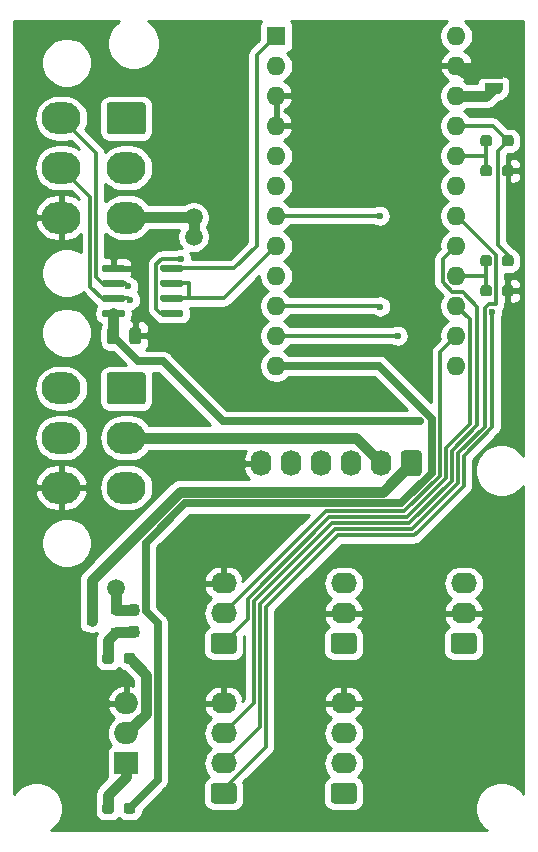
<source format=gbr>
G04 #@! TF.GenerationSoftware,KiCad,Pcbnew,(5.1.9)-1*
G04 #@! TF.CreationDate,2022-08-11T08:00:21-06:00*
G04 #@! TF.ProjectId,ddi_ampcd_controller,6464695f-616d-4706-9364-5f636f6e7472,1*
G04 #@! TF.SameCoordinates,Original*
G04 #@! TF.FileFunction,Copper,L1,Top*
G04 #@! TF.FilePolarity,Positive*
%FSLAX46Y46*%
G04 Gerber Fmt 4.6, Leading zero omitted, Abs format (unit mm)*
G04 Created by KiCad (PCBNEW (5.1.9)-1) date 2022-08-11 08:00:21*
%MOMM*%
%LPD*%
G01*
G04 APERTURE LIST*
G04 #@! TA.AperFunction,ComponentPad*
%ADD10O,1.600000X1.600000*%
G04 #@! TD*
G04 #@! TA.AperFunction,ComponentPad*
%ADD11R,1.600000X1.600000*%
G04 #@! TD*
G04 #@! TA.AperFunction,SMDPad,CuDef*
%ADD12C,0.100000*%
G04 #@! TD*
G04 #@! TA.AperFunction,ComponentPad*
%ADD13O,3.300000X2.700000*%
G04 #@! TD*
G04 #@! TA.AperFunction,ComponentPad*
%ADD14O,2.190000X1.740000*%
G04 #@! TD*
G04 #@! TA.AperFunction,ComponentPad*
%ADD15O,2.000000X1.905000*%
G04 #@! TD*
G04 #@! TA.AperFunction,ComponentPad*
%ADD16R,2.000000X1.905000*%
G04 #@! TD*
G04 #@! TA.AperFunction,SMDPad,CuDef*
%ADD17R,0.900000X0.800000*%
G04 #@! TD*
G04 #@! TA.AperFunction,ComponentPad*
%ADD18O,1.740000X2.190000*%
G04 #@! TD*
G04 #@! TA.AperFunction,ViaPad*
%ADD19C,1.500000*%
G04 #@! TD*
G04 #@! TA.AperFunction,ViaPad*
%ADD20C,0.600000*%
G04 #@! TD*
G04 #@! TA.AperFunction,Conductor*
%ADD21C,0.914400*%
G04 #@! TD*
G04 #@! TA.AperFunction,Conductor*
%ADD22C,0.304800*%
G04 #@! TD*
G04 #@! TA.AperFunction,Conductor*
%ADD23C,0.635000*%
G04 #@! TD*
G04 #@! TA.AperFunction,Conductor*
%ADD24C,0.254000*%
G04 #@! TD*
G04 #@! TA.AperFunction,Conductor*
%ADD25C,0.100000*%
G04 #@! TD*
G04 APERTURE END LIST*
D10*
X169545000Y-56515000D03*
X154305000Y-84455000D03*
X169545000Y-59055000D03*
X154305000Y-81915000D03*
X169545000Y-61595000D03*
X154305000Y-79375000D03*
X169545000Y-64135000D03*
X154305000Y-76835000D03*
X169545000Y-66675000D03*
X154305000Y-74295000D03*
X169545000Y-69215000D03*
X154305000Y-71755000D03*
X169545000Y-71755000D03*
X154305000Y-69215000D03*
X169545000Y-74295000D03*
X154305000Y-66675000D03*
X169545000Y-76835000D03*
X154305000Y-64135000D03*
X169545000Y-79375000D03*
X154305000Y-61595000D03*
X169545000Y-81915000D03*
X154305000Y-59055000D03*
X169545000Y-84455000D03*
D11*
X154305000Y-56515000D03*
G04 #@! TA.AperFunction,SMDPad,CuDef*
G36*
G01*
X141502000Y-79860000D02*
X141502000Y-80160000D01*
G75*
G02*
X141352000Y-80310000I-150000J0D01*
G01*
X139702000Y-80310000D01*
G75*
G02*
X139552000Y-80160000I0J150000D01*
G01*
X139552000Y-79860000D01*
G75*
G02*
X139702000Y-79710000I150000J0D01*
G01*
X141352000Y-79710000D01*
G75*
G02*
X141502000Y-79860000I0J-150000D01*
G01*
G37*
G04 #@! TD.AperFunction*
G04 #@! TA.AperFunction,SMDPad,CuDef*
G36*
G01*
X141502000Y-78590000D02*
X141502000Y-78890000D01*
G75*
G02*
X141352000Y-79040000I-150000J0D01*
G01*
X139702000Y-79040000D01*
G75*
G02*
X139552000Y-78890000I0J150000D01*
G01*
X139552000Y-78590000D01*
G75*
G02*
X139702000Y-78440000I150000J0D01*
G01*
X141352000Y-78440000D01*
G75*
G02*
X141502000Y-78590000I0J-150000D01*
G01*
G37*
G04 #@! TD.AperFunction*
G04 #@! TA.AperFunction,SMDPad,CuDef*
G36*
G01*
X141502000Y-77320000D02*
X141502000Y-77620000D01*
G75*
G02*
X141352000Y-77770000I-150000J0D01*
G01*
X139702000Y-77770000D01*
G75*
G02*
X139552000Y-77620000I0J150000D01*
G01*
X139552000Y-77320000D01*
G75*
G02*
X139702000Y-77170000I150000J0D01*
G01*
X141352000Y-77170000D01*
G75*
G02*
X141502000Y-77320000I0J-150000D01*
G01*
G37*
G04 #@! TD.AperFunction*
G04 #@! TA.AperFunction,SMDPad,CuDef*
G36*
G01*
X141502000Y-76050000D02*
X141502000Y-76350000D01*
G75*
G02*
X141352000Y-76500000I-150000J0D01*
G01*
X139702000Y-76500000D01*
G75*
G02*
X139552000Y-76350000I0J150000D01*
G01*
X139552000Y-76050000D01*
G75*
G02*
X139702000Y-75900000I150000J0D01*
G01*
X141352000Y-75900000D01*
G75*
G02*
X141502000Y-76050000I0J-150000D01*
G01*
G37*
G04 #@! TD.AperFunction*
G04 #@! TA.AperFunction,SMDPad,CuDef*
G36*
G01*
X146452000Y-76050000D02*
X146452000Y-76350000D01*
G75*
G02*
X146302000Y-76500000I-150000J0D01*
G01*
X144652000Y-76500000D01*
G75*
G02*
X144502000Y-76350000I0J150000D01*
G01*
X144502000Y-76050000D01*
G75*
G02*
X144652000Y-75900000I150000J0D01*
G01*
X146302000Y-75900000D01*
G75*
G02*
X146452000Y-76050000I0J-150000D01*
G01*
G37*
G04 #@! TD.AperFunction*
G04 #@! TA.AperFunction,SMDPad,CuDef*
G36*
G01*
X146452000Y-77320000D02*
X146452000Y-77620000D01*
G75*
G02*
X146302000Y-77770000I-150000J0D01*
G01*
X144652000Y-77770000D01*
G75*
G02*
X144502000Y-77620000I0J150000D01*
G01*
X144502000Y-77320000D01*
G75*
G02*
X144652000Y-77170000I150000J0D01*
G01*
X146302000Y-77170000D01*
G75*
G02*
X146452000Y-77320000I0J-150000D01*
G01*
G37*
G04 #@! TD.AperFunction*
G04 #@! TA.AperFunction,SMDPad,CuDef*
G36*
G01*
X146452000Y-78590000D02*
X146452000Y-78890000D01*
G75*
G02*
X146302000Y-79040000I-150000J0D01*
G01*
X144652000Y-79040000D01*
G75*
G02*
X144502000Y-78890000I0J150000D01*
G01*
X144502000Y-78590000D01*
G75*
G02*
X144652000Y-78440000I150000J0D01*
G01*
X146302000Y-78440000D01*
G75*
G02*
X146452000Y-78590000I0J-150000D01*
G01*
G37*
G04 #@! TD.AperFunction*
G04 #@! TA.AperFunction,SMDPad,CuDef*
G36*
G01*
X146452000Y-79860000D02*
X146452000Y-80160000D01*
G75*
G02*
X146302000Y-80310000I-150000J0D01*
G01*
X144652000Y-80310000D01*
G75*
G02*
X144502000Y-80160000I0J150000D01*
G01*
X144502000Y-79860000D01*
G75*
G02*
X144652000Y-79710000I150000J0D01*
G01*
X146302000Y-79710000D01*
G75*
G02*
X146452000Y-79860000I0J-150000D01*
G01*
G37*
G04 #@! TD.AperFunction*
G04 #@! TA.AperFunction,SMDPad,CuDef*
D12*
G36*
X173469398Y-60975000D02*
G01*
X173469398Y-60999534D01*
X173464588Y-61048365D01*
X173455016Y-61096490D01*
X173440772Y-61143445D01*
X173421995Y-61188778D01*
X173398864Y-61232051D01*
X173371604Y-61272850D01*
X173340476Y-61310779D01*
X173305779Y-61345476D01*
X173267850Y-61376604D01*
X173227051Y-61403864D01*
X173183778Y-61426995D01*
X173138445Y-61445772D01*
X173091490Y-61460016D01*
X173043365Y-61469588D01*
X172994534Y-61474398D01*
X172970000Y-61474398D01*
X172970000Y-61475000D01*
X172470000Y-61475000D01*
X172470000Y-61474398D01*
X172445466Y-61474398D01*
X172396635Y-61469588D01*
X172348510Y-61460016D01*
X172301555Y-61445772D01*
X172256222Y-61426995D01*
X172212949Y-61403864D01*
X172172150Y-61376604D01*
X172134221Y-61345476D01*
X172099524Y-61310779D01*
X172068396Y-61272850D01*
X172041136Y-61232051D01*
X172018005Y-61188778D01*
X171999228Y-61143445D01*
X171984984Y-61096490D01*
X171975412Y-61048365D01*
X171970602Y-60999534D01*
X171970602Y-60975000D01*
X171970000Y-60975000D01*
X171970000Y-60475000D01*
X173470000Y-60475000D01*
X173470000Y-60975000D01*
X173469398Y-60975000D01*
G37*
G04 #@! TD.AperFunction*
G04 #@! TA.AperFunction,SMDPad,CuDef*
G36*
X171970000Y-60175000D02*
G01*
X171970000Y-59675000D01*
X171970602Y-59675000D01*
X171970602Y-59650466D01*
X171975412Y-59601635D01*
X171984984Y-59553510D01*
X171999228Y-59506555D01*
X172018005Y-59461222D01*
X172041136Y-59417949D01*
X172068396Y-59377150D01*
X172099524Y-59339221D01*
X172134221Y-59304524D01*
X172172150Y-59273396D01*
X172212949Y-59246136D01*
X172256222Y-59223005D01*
X172301555Y-59204228D01*
X172348510Y-59189984D01*
X172396635Y-59180412D01*
X172445466Y-59175602D01*
X172470000Y-59175602D01*
X172470000Y-59175000D01*
X172970000Y-59175000D01*
X172970000Y-59175602D01*
X172994534Y-59175602D01*
X173043365Y-59180412D01*
X173091490Y-59189984D01*
X173138445Y-59204228D01*
X173183778Y-59223005D01*
X173227051Y-59246136D01*
X173267850Y-59273396D01*
X173305779Y-59304524D01*
X173340476Y-59339221D01*
X173371604Y-59377150D01*
X173398864Y-59417949D01*
X173421995Y-59461222D01*
X173440772Y-59506555D01*
X173455016Y-59553510D01*
X173464588Y-59601635D01*
X173469398Y-59650466D01*
X173469398Y-59675000D01*
X173470000Y-59675000D01*
X173470000Y-60175000D01*
X171970000Y-60175000D01*
G37*
G04 #@! TD.AperFunction*
D13*
X136105000Y-94760000D03*
X136105000Y-90560000D03*
X136105000Y-86360000D03*
X141605000Y-94760000D03*
X141605000Y-90560000D03*
G04 #@! TA.AperFunction,ComponentPad*
G36*
G01*
X140205001Y-85010000D02*
X143004999Y-85010000D01*
G75*
G02*
X143255000Y-85260001I0J-250001D01*
G01*
X143255000Y-87459999D01*
G75*
G02*
X143004999Y-87710000I-250001J0D01*
G01*
X140205001Y-87710000D01*
G75*
G02*
X139955000Y-87459999I0J250001D01*
G01*
X139955000Y-85260001D01*
G75*
G02*
X140205001Y-85010000I250001J0D01*
G01*
G37*
G04 #@! TD.AperFunction*
X136105000Y-71900000D03*
X136105000Y-67700000D03*
X136105000Y-63500000D03*
X141605000Y-71900000D03*
X141605000Y-67700000D03*
G04 #@! TA.AperFunction,ComponentPad*
G36*
G01*
X140205001Y-62150000D02*
X143004999Y-62150000D01*
G75*
G02*
X143255000Y-62400001I0J-250001D01*
G01*
X143255000Y-64599999D01*
G75*
G02*
X143004999Y-64850000I-250001J0D01*
G01*
X140205001Y-64850000D01*
G75*
G02*
X139955000Y-64599999I0J250001D01*
G01*
X139955000Y-62400001D01*
G75*
G02*
X140205001Y-62150000I250001J0D01*
G01*
G37*
G04 #@! TD.AperFunction*
G04 #@! TA.AperFunction,SMDPad,CuDef*
G36*
G01*
X141867000Y-82390000D02*
X141867000Y-81440000D01*
G75*
G02*
X142117000Y-81190000I250000J0D01*
G01*
X142617000Y-81190000D01*
G75*
G02*
X142867000Y-81440000I0J-250000D01*
G01*
X142867000Y-82390000D01*
G75*
G02*
X142617000Y-82640000I-250000J0D01*
G01*
X142117000Y-82640000D01*
G75*
G02*
X141867000Y-82390000I0J250000D01*
G01*
G37*
G04 #@! TD.AperFunction*
G04 #@! TA.AperFunction,SMDPad,CuDef*
G36*
G01*
X139967000Y-82390000D02*
X139967000Y-81440000D01*
G75*
G02*
X140217000Y-81190000I250000J0D01*
G01*
X140717000Y-81190000D01*
G75*
G02*
X140967000Y-81440000I0J-250000D01*
G01*
X140967000Y-82390000D01*
G75*
G02*
X140717000Y-82640000I-250000J0D01*
G01*
X140217000Y-82640000D01*
G75*
G02*
X139967000Y-82390000I0J250000D01*
G01*
G37*
G04 #@! TD.AperFunction*
D14*
X149860000Y-102870000D03*
X149860000Y-105410000D03*
G04 #@! TA.AperFunction,ComponentPad*
G36*
G01*
X150705001Y-108820000D02*
X149014999Y-108820000D01*
G75*
G02*
X148765000Y-108570001I0J249999D01*
G01*
X148765000Y-107329999D01*
G75*
G02*
X149014999Y-107080000I249999J0D01*
G01*
X150705001Y-107080000D01*
G75*
G02*
X150955000Y-107329999I0J-249999D01*
G01*
X150955000Y-108570001D01*
G75*
G02*
X150705001Y-108820000I-249999J0D01*
G01*
G37*
G04 #@! TD.AperFunction*
X160020000Y-113030000D03*
X160020000Y-115570000D03*
X160020000Y-118110000D03*
G04 #@! TA.AperFunction,ComponentPad*
G36*
G01*
X160865001Y-121520000D02*
X159174999Y-121520000D01*
G75*
G02*
X158925000Y-121270001I0J249999D01*
G01*
X158925000Y-120029999D01*
G75*
G02*
X159174999Y-119780000I249999J0D01*
G01*
X160865001Y-119780000D01*
G75*
G02*
X161115000Y-120029999I0J-249999D01*
G01*
X161115000Y-121270001D01*
G75*
G02*
X160865001Y-121520000I-249999J0D01*
G01*
G37*
G04 #@! TD.AperFunction*
X149860000Y-113030000D03*
X149860000Y-115570000D03*
X149860000Y-118110000D03*
G04 #@! TA.AperFunction,ComponentPad*
G36*
G01*
X150705001Y-121520000D02*
X149014999Y-121520000D01*
G75*
G02*
X148765000Y-121270001I0J249999D01*
G01*
X148765000Y-120029999D01*
G75*
G02*
X149014999Y-119780000I249999J0D01*
G01*
X150705001Y-119780000D01*
G75*
G02*
X150955000Y-120029999I0J-249999D01*
G01*
X150955000Y-121270001D01*
G75*
G02*
X150705001Y-121520000I-249999J0D01*
G01*
G37*
G04 #@! TD.AperFunction*
D15*
X141605000Y-113030000D03*
X141605000Y-115570000D03*
D16*
X141605000Y-118110000D03*
G04 #@! TA.AperFunction,SMDPad,CuDef*
G36*
G01*
X172572500Y-67707500D02*
X172572500Y-68182500D01*
G75*
G02*
X172335000Y-68420000I-237500J0D01*
G01*
X171835000Y-68420000D01*
G75*
G02*
X171597500Y-68182500I0J237500D01*
G01*
X171597500Y-67707500D01*
G75*
G02*
X171835000Y-67470000I237500J0D01*
G01*
X172335000Y-67470000D01*
G75*
G02*
X172572500Y-67707500I0J-237500D01*
G01*
G37*
G04 #@! TD.AperFunction*
G04 #@! TA.AperFunction,SMDPad,CuDef*
G36*
G01*
X174397500Y-67707500D02*
X174397500Y-68182500D01*
G75*
G02*
X174160000Y-68420000I-237500J0D01*
G01*
X173660000Y-68420000D01*
G75*
G02*
X173422500Y-68182500I0J237500D01*
G01*
X173422500Y-67707500D01*
G75*
G02*
X173660000Y-67470000I237500J0D01*
G01*
X174160000Y-67470000D01*
G75*
G02*
X174397500Y-67707500I0J-237500D01*
G01*
G37*
G04 #@! TD.AperFunction*
G04 #@! TA.AperFunction,SMDPad,CuDef*
G36*
G01*
X142477500Y-105620000D02*
X142002500Y-105620000D01*
G75*
G02*
X141765000Y-105382500I0J237500D01*
G01*
X141765000Y-104882500D01*
G75*
G02*
X142002500Y-104645000I237500J0D01*
G01*
X142477500Y-104645000D01*
G75*
G02*
X142715000Y-104882500I0J-237500D01*
G01*
X142715000Y-105382500D01*
G75*
G02*
X142477500Y-105620000I-237500J0D01*
G01*
G37*
G04 #@! TD.AperFunction*
G04 #@! TA.AperFunction,SMDPad,CuDef*
G36*
G01*
X142477500Y-107445000D02*
X142002500Y-107445000D01*
G75*
G02*
X141765000Y-107207500I0J237500D01*
G01*
X141765000Y-106707500D01*
G75*
G02*
X142002500Y-106470000I237500J0D01*
G01*
X142477500Y-106470000D01*
G75*
G02*
X142715000Y-106707500I0J-237500D01*
G01*
X142715000Y-107207500D01*
G75*
G02*
X142477500Y-107445000I-237500J0D01*
G01*
G37*
G04 #@! TD.AperFunction*
G04 #@! TA.AperFunction,SMDPad,CuDef*
G36*
G01*
X141395000Y-109457500D02*
X141395000Y-108982500D01*
G75*
G02*
X141632500Y-108745000I237500J0D01*
G01*
X142132500Y-108745000D01*
G75*
G02*
X142370000Y-108982500I0J-237500D01*
G01*
X142370000Y-109457500D01*
G75*
G02*
X142132500Y-109695000I-237500J0D01*
G01*
X141632500Y-109695000D01*
G75*
G02*
X141395000Y-109457500I0J237500D01*
G01*
G37*
G04 #@! TD.AperFunction*
G04 #@! TA.AperFunction,SMDPad,CuDef*
G36*
G01*
X139570000Y-109457500D02*
X139570000Y-108982500D01*
G75*
G02*
X139807500Y-108745000I237500J0D01*
G01*
X140307500Y-108745000D01*
G75*
G02*
X140545000Y-108982500I0J-237500D01*
G01*
X140545000Y-109457500D01*
G75*
G02*
X140307500Y-109695000I-237500J0D01*
G01*
X139807500Y-109695000D01*
G75*
G02*
X139570000Y-109457500I0J237500D01*
G01*
G37*
G04 #@! TD.AperFunction*
G04 #@! TA.AperFunction,SMDPad,CuDef*
G36*
G01*
X140545000Y-121682500D02*
X140545000Y-122157500D01*
G75*
G02*
X140307500Y-122395000I-237500J0D01*
G01*
X139807500Y-122395000D01*
G75*
G02*
X139570000Y-122157500I0J237500D01*
G01*
X139570000Y-121682500D01*
G75*
G02*
X139807500Y-121445000I237500J0D01*
G01*
X140307500Y-121445000D01*
G75*
G02*
X140545000Y-121682500I0J-237500D01*
G01*
G37*
G04 #@! TD.AperFunction*
G04 #@! TA.AperFunction,SMDPad,CuDef*
G36*
G01*
X142370000Y-121682500D02*
X142370000Y-122157500D01*
G75*
G02*
X142132500Y-122395000I-237500J0D01*
G01*
X141632500Y-122395000D01*
G75*
G02*
X141395000Y-122157500I0J237500D01*
G01*
X141395000Y-121682500D01*
G75*
G02*
X141632500Y-121445000I237500J0D01*
G01*
X142132500Y-121445000D01*
G75*
G02*
X142370000Y-121682500I0J-237500D01*
G01*
G37*
G04 #@! TD.AperFunction*
D17*
X138700000Y-106045000D03*
X140700000Y-105095000D03*
X140700000Y-106995000D03*
G04 #@! TA.AperFunction,SMDPad,CuDef*
G36*
G01*
X172572500Y-77867500D02*
X172572500Y-78342500D01*
G75*
G02*
X172335000Y-78580000I-237500J0D01*
G01*
X171835000Y-78580000D01*
G75*
G02*
X171597500Y-78342500I0J237500D01*
G01*
X171597500Y-77867500D01*
G75*
G02*
X171835000Y-77630000I237500J0D01*
G01*
X172335000Y-77630000D01*
G75*
G02*
X172572500Y-77867500I0J-237500D01*
G01*
G37*
G04 #@! TD.AperFunction*
G04 #@! TA.AperFunction,SMDPad,CuDef*
G36*
G01*
X174397500Y-77867500D02*
X174397500Y-78342500D01*
G75*
G02*
X174160000Y-78580000I-237500J0D01*
G01*
X173660000Y-78580000D01*
G75*
G02*
X173422500Y-78342500I0J237500D01*
G01*
X173422500Y-77867500D01*
G75*
G02*
X173660000Y-77630000I237500J0D01*
G01*
X174160000Y-77630000D01*
G75*
G02*
X174397500Y-77867500I0J-237500D01*
G01*
G37*
G04 #@! TD.AperFunction*
G04 #@! TA.AperFunction,SMDPad,CuDef*
G36*
G01*
X173422500Y-75802500D02*
X173422500Y-75327500D01*
G75*
G02*
X173660000Y-75090000I237500J0D01*
G01*
X174160000Y-75090000D01*
G75*
G02*
X174397500Y-75327500I0J-237500D01*
G01*
X174397500Y-75802500D01*
G75*
G02*
X174160000Y-76040000I-237500J0D01*
G01*
X173660000Y-76040000D01*
G75*
G02*
X173422500Y-75802500I0J237500D01*
G01*
G37*
G04 #@! TD.AperFunction*
G04 #@! TA.AperFunction,SMDPad,CuDef*
G36*
G01*
X171597500Y-75802500D02*
X171597500Y-75327500D01*
G75*
G02*
X171835000Y-75090000I237500J0D01*
G01*
X172335000Y-75090000D01*
G75*
G02*
X172572500Y-75327500I0J-237500D01*
G01*
X172572500Y-75802500D01*
G75*
G02*
X172335000Y-76040000I-237500J0D01*
G01*
X171835000Y-76040000D01*
G75*
G02*
X171597500Y-75802500I0J237500D01*
G01*
G37*
G04 #@! TD.AperFunction*
G04 #@! TA.AperFunction,SMDPad,CuDef*
G36*
G01*
X173422500Y-65642500D02*
X173422500Y-65167500D01*
G75*
G02*
X173660000Y-64930000I237500J0D01*
G01*
X174160000Y-64930000D01*
G75*
G02*
X174397500Y-65167500I0J-237500D01*
G01*
X174397500Y-65642500D01*
G75*
G02*
X174160000Y-65880000I-237500J0D01*
G01*
X173660000Y-65880000D01*
G75*
G02*
X173422500Y-65642500I0J237500D01*
G01*
G37*
G04 #@! TD.AperFunction*
G04 #@! TA.AperFunction,SMDPad,CuDef*
G36*
G01*
X171597500Y-65642500D02*
X171597500Y-65167500D01*
G75*
G02*
X171835000Y-64930000I237500J0D01*
G01*
X172335000Y-64930000D01*
G75*
G02*
X172572500Y-65167500I0J-237500D01*
G01*
X172572500Y-65642500D01*
G75*
G02*
X172335000Y-65880000I-237500J0D01*
G01*
X171835000Y-65880000D01*
G75*
G02*
X171597500Y-65642500I0J237500D01*
G01*
G37*
G04 #@! TD.AperFunction*
D14*
X170180000Y-102870000D03*
X170180000Y-105410000D03*
G04 #@! TA.AperFunction,ComponentPad*
G36*
G01*
X171025001Y-108820000D02*
X169334999Y-108820000D01*
G75*
G02*
X169085000Y-108570001I0J249999D01*
G01*
X169085000Y-107329999D01*
G75*
G02*
X169334999Y-107080000I249999J0D01*
G01*
X171025001Y-107080000D01*
G75*
G02*
X171275000Y-107329999I0J-249999D01*
G01*
X171275000Y-108570001D01*
G75*
G02*
X171025001Y-108820000I-249999J0D01*
G01*
G37*
G04 #@! TD.AperFunction*
X160020000Y-102870000D03*
X160020000Y-105410000D03*
G04 #@! TA.AperFunction,ComponentPad*
G36*
G01*
X160865001Y-108820000D02*
X159174999Y-108820000D01*
G75*
G02*
X158925000Y-108570001I0J249999D01*
G01*
X158925000Y-107329999D01*
G75*
G02*
X159174999Y-107080000I249999J0D01*
G01*
X160865001Y-107080000D01*
G75*
G02*
X161115000Y-107329999I0J-249999D01*
G01*
X161115000Y-108570001D01*
G75*
G02*
X160865001Y-108820000I-249999J0D01*
G01*
G37*
G04 #@! TD.AperFunction*
D18*
X153035000Y-92710000D03*
X155575000Y-92710000D03*
X158115000Y-92710000D03*
X160655000Y-92710000D03*
X163195000Y-92710000D03*
G04 #@! TA.AperFunction,ComponentPad*
G36*
G01*
X166605000Y-91864999D02*
X166605000Y-93555001D01*
G75*
G02*
X166355001Y-93805000I-249999J0D01*
G01*
X165114999Y-93805000D01*
G75*
G02*
X164865000Y-93555001I0J249999D01*
G01*
X164865000Y-91864999D01*
G75*
G02*
X165114999Y-91615000I249999J0D01*
G01*
X166355001Y-91615000D01*
G75*
G02*
X166605000Y-91864999I0J-249999D01*
G01*
G37*
G04 #@! TD.AperFunction*
D19*
X141351000Y-74549000D03*
D20*
X166497000Y-89154000D03*
X172593000Y-79883000D03*
D19*
X140716000Y-103251000D03*
X147320000Y-71882000D03*
X147320000Y-73533000D03*
D20*
X141790790Y-77738729D03*
X141917790Y-78875803D03*
X163068000Y-71755000D03*
X163085410Y-79438500D03*
X146257258Y-75396094D03*
X164592000Y-81915000D03*
D21*
X170165000Y-59675000D02*
X169545000Y-59055000D01*
X172720000Y-59675000D02*
X170165000Y-59675000D01*
X140527000Y-81855000D02*
X140467000Y-81915000D01*
X140527000Y-80010000D02*
X140527000Y-81855000D01*
D22*
X172640000Y-64135000D02*
X169545000Y-64135000D01*
X173910000Y-65405000D02*
X172640000Y-64135000D01*
X173910000Y-75565000D02*
X173910000Y-75090000D01*
X173910000Y-75090000D02*
X173070090Y-74250090D01*
X173070090Y-74250090D02*
X173070090Y-66244910D01*
X173070090Y-66244910D02*
X173910000Y-65405000D01*
D23*
X149762096Y-89154000D02*
X166497000Y-89154000D01*
X140467000Y-81915000D02*
X142633711Y-84081711D01*
X144689807Y-84081711D02*
X149762096Y-89154000D01*
X142633711Y-84081711D02*
X144689807Y-84081711D01*
D22*
X169545000Y-66675000D02*
X172085000Y-66675000D01*
X172085000Y-66675000D02*
X172085000Y-67945000D01*
X172085000Y-65405000D02*
X172085000Y-66675000D01*
X149860000Y-120650000D02*
X149860000Y-120269000D01*
X149860000Y-120269000D02*
X153416000Y-116713000D01*
X153416000Y-116713000D02*
X153416000Y-104902000D01*
X153416000Y-104902000D02*
X159512000Y-98806000D01*
X165992190Y-98802810D02*
X165995652Y-98802810D01*
X165995652Y-98802810D02*
X166291363Y-98507098D01*
X165989000Y-98806000D02*
X165992190Y-98802810D01*
X159512000Y-98806000D02*
X165989000Y-98806000D01*
X166291363Y-98507098D02*
X170180000Y-94618461D01*
X170180000Y-94618461D02*
X170180000Y-92075000D01*
X172593000Y-89662000D02*
X172593000Y-79883000D01*
X170180000Y-92075000D02*
X172593000Y-89662000D01*
X149860000Y-118110000D02*
X152908000Y-115062000D01*
X169596760Y-71755000D02*
X169545000Y-71755000D01*
X171940598Y-89600492D02*
X171940598Y-79569846D01*
X172924910Y-79211842D02*
X172924910Y-75083150D01*
X172279846Y-79230598D02*
X172906154Y-79230598D01*
X169675190Y-91865900D02*
X171940598Y-89600492D01*
X171940598Y-79569846D02*
X172279846Y-79230598D01*
X165786553Y-98297998D02*
X169675189Y-94409362D01*
X172924910Y-75083150D02*
X169596760Y-71755000D01*
X159258002Y-98297998D02*
X165786553Y-98297998D01*
X152908000Y-115062000D02*
X152908000Y-104648000D01*
X172906154Y-79230598D02*
X172924910Y-79211842D01*
X152908000Y-104648000D02*
X159258002Y-98297998D01*
X169675189Y-94409362D02*
X169675190Y-91865900D01*
X152400000Y-113030000D02*
X149860000Y-115570000D01*
X169227045Y-78222599D02*
X170098153Y-78222599D01*
X170098153Y-78222599D02*
X171323000Y-79447446D01*
X171323000Y-89504180D02*
X169170378Y-91656802D01*
X159000811Y-97793189D02*
X152400000Y-104394000D01*
X168392599Y-75447401D02*
X168392599Y-77388153D01*
X169170378Y-91656802D02*
X169170378Y-94200263D01*
X171323000Y-79447446D02*
X171323000Y-89504180D01*
X165577452Y-97793189D02*
X159000811Y-97793189D01*
X168392599Y-77388153D02*
X169227045Y-78222599D01*
X169170378Y-94200263D02*
X165577452Y-97793189D01*
X169545000Y-74295000D02*
X168392599Y-75447401D01*
X152400000Y-104394000D02*
X152400000Y-113030000D01*
D21*
X140737500Y-105132500D02*
X140700000Y-105095000D01*
X142240000Y-105132500D02*
X140737500Y-105132500D01*
X140700000Y-103267000D02*
X140716000Y-103251000D01*
X140700000Y-105095000D02*
X140700000Y-103267000D01*
X161045000Y-90560000D02*
X163195000Y-92710000D01*
X141605000Y-90560000D02*
X161045000Y-90560000D01*
X141623000Y-71882000D02*
X141605000Y-71900000D01*
X147320000Y-71882000D02*
X141623000Y-71882000D01*
X147320000Y-71882000D02*
X147320000Y-73533000D01*
D22*
X140527000Y-77470000D02*
X139552000Y-77470000D01*
X139552000Y-77470000D02*
X139061811Y-76979811D01*
X139061811Y-76979811D02*
X139061811Y-66456811D01*
X139061811Y-66456811D02*
X136105000Y-63500000D01*
X141522061Y-77470000D02*
X141790790Y-77738729D01*
X140527000Y-77470000D02*
X141522061Y-77470000D01*
X139552000Y-78740000D02*
X138557000Y-77745000D01*
X140527000Y-78740000D02*
X139552000Y-78740000D01*
X138557000Y-70152000D02*
X136105000Y-67700000D01*
X138557000Y-77745000D02*
X138557000Y-70152000D01*
X141781987Y-78740000D02*
X141917790Y-78875803D01*
X140527000Y-78740000D02*
X141781987Y-78740000D01*
D21*
X138700000Y-106045000D02*
X138700000Y-102600000D01*
X163306055Y-95138945D02*
X165735000Y-92710000D01*
X138700000Y-102600000D02*
X146161055Y-95138945D01*
X146161055Y-95138945D02*
X163306055Y-95138945D01*
X140057500Y-121920000D02*
X140057500Y-120800500D01*
X141605000Y-119253000D02*
X141605000Y-118110000D01*
X140057500Y-120800500D02*
X141605000Y-119253000D01*
X140057500Y-107637500D02*
X140700000Y-106995000D01*
X140057500Y-109220000D02*
X140057500Y-107637500D01*
X140737500Y-106957500D02*
X140700000Y-106995000D01*
X142240000Y-106957500D02*
X140737500Y-106957500D01*
X143262210Y-110599710D02*
X141882500Y-109220000D01*
X143262210Y-113912790D02*
X143262210Y-110599710D01*
X141605000Y-115570000D02*
X143262210Y-113912790D01*
D22*
X145477000Y-77470000D02*
X146939000Y-77470000D01*
X146939000Y-77470000D02*
X146939000Y-78740000D01*
X146939000Y-78740000D02*
X145477000Y-78740000D01*
X149860000Y-78740000D02*
X154305000Y-74295000D01*
X146939000Y-78740000D02*
X149860000Y-78740000D01*
D23*
X162978883Y-84455000D02*
X154305000Y-84455000D01*
X167490846Y-88966963D02*
X162978883Y-84455000D01*
X167490846Y-93504579D02*
X167490846Y-88966963D01*
X164881771Y-96113654D02*
X167490846Y-93504579D01*
X146583346Y-96113654D02*
X164881771Y-96113654D01*
X143256000Y-99441000D02*
X146583346Y-96113654D01*
X143256000Y-105254765D02*
X143256000Y-99441000D01*
X144272000Y-106270765D02*
X143256000Y-105254765D01*
X144272000Y-119530500D02*
X144272000Y-106270765D01*
X141882500Y-121920000D02*
X144272000Y-119530500D01*
D22*
X170697401Y-80527401D02*
X169545000Y-79375000D01*
X168665567Y-93991164D02*
X168665567Y-91447704D01*
X165368355Y-97288376D02*
X168665567Y-93991164D01*
X168665567Y-91447704D02*
X170697401Y-89415870D01*
X149860000Y-107950000D02*
X151895189Y-105914811D01*
X170697401Y-89415870D02*
X170697401Y-80527401D01*
X158791714Y-97288376D02*
X165368355Y-97288376D01*
X151895189Y-105914811D02*
X151895189Y-104184901D01*
X151895189Y-104184901D02*
X158791714Y-97288376D01*
X158486435Y-96783565D02*
X165159256Y-96783565D01*
X149860000Y-105410000D02*
X158486435Y-96783565D01*
X168160756Y-83299244D02*
X169545000Y-81915000D01*
X165159256Y-96783565D02*
X168160756Y-93782065D01*
X168160756Y-93782065D02*
X168160756Y-83299244D01*
X172085000Y-76835000D02*
X169545000Y-76835000D01*
X172085000Y-75565000D02*
X172085000Y-76835000D01*
X172085000Y-76835000D02*
X172085000Y-78105000D01*
X163068000Y-71755000D02*
X154305000Y-71755000D01*
X163021910Y-79375000D02*
X163085410Y-79438500D01*
X154305000Y-79375000D02*
X163021910Y-79375000D01*
D21*
X172100000Y-61595000D02*
X172720000Y-60975000D01*
X169545000Y-61595000D02*
X172100000Y-61595000D01*
D22*
X152647788Y-58172212D02*
X154305000Y-56515000D01*
X152647788Y-74301212D02*
X152647788Y-58172212D01*
X150749000Y-76200000D02*
X152647788Y-74301212D01*
X145477000Y-76200000D02*
X150749000Y-76200000D01*
X144502000Y-80010000D02*
X144149590Y-79657590D01*
X145477000Y-80010000D02*
X144502000Y-80010000D01*
X144149590Y-79657590D02*
X144149590Y-75841894D01*
X144595390Y-75396094D02*
X146257258Y-75396094D01*
X144149590Y-75841894D02*
X144595390Y-75396094D01*
X164592000Y-81915000D02*
X154305000Y-81915000D01*
D24*
X140815271Y-55413962D02*
X140503962Y-55725271D01*
X140259369Y-56091331D01*
X140090890Y-56498075D01*
X140005000Y-56929872D01*
X140005000Y-57370128D01*
X140090890Y-57801925D01*
X140259369Y-58208669D01*
X140503962Y-58574729D01*
X140815271Y-58886038D01*
X141181331Y-59130631D01*
X141588075Y-59299110D01*
X142019872Y-59385000D01*
X142460128Y-59385000D01*
X142891925Y-59299110D01*
X143298669Y-59130631D01*
X143664729Y-58886038D01*
X143976038Y-58574729D01*
X144220631Y-58208669D01*
X144389110Y-57801925D01*
X144475000Y-57370128D01*
X144475000Y-56929872D01*
X144389110Y-56498075D01*
X144220631Y-56091331D01*
X143976038Y-55725271D01*
X143664729Y-55413962D01*
X143486689Y-55295000D01*
X153028222Y-55295000D01*
X152974463Y-55360506D01*
X152915498Y-55470820D01*
X152879188Y-55590518D01*
X152866928Y-55715000D01*
X152866928Y-56839521D01*
X152118361Y-57588089D01*
X152088320Y-57612743D01*
X152041746Y-57669494D01*
X151989923Y-57732640D01*
X151916806Y-57869430D01*
X151871783Y-58017855D01*
X151856580Y-58172212D01*
X151860389Y-58210885D01*
X151860388Y-73975060D01*
X150422850Y-75412600D01*
X147192258Y-75412600D01*
X147192258Y-75304005D01*
X147156326Y-75123365D01*
X147085844Y-74953205D01*
X147043733Y-74890181D01*
X147183589Y-74918000D01*
X147456411Y-74918000D01*
X147723989Y-74864775D01*
X147976043Y-74760371D01*
X148202886Y-74608799D01*
X148395799Y-74415886D01*
X148547371Y-74189043D01*
X148651775Y-73936989D01*
X148705000Y-73669411D01*
X148705000Y-73396589D01*
X148651775Y-73129011D01*
X148547371Y-72876957D01*
X148434143Y-72707500D01*
X148547371Y-72538043D01*
X148651775Y-72285989D01*
X148705000Y-72018411D01*
X148705000Y-71745589D01*
X148651775Y-71478011D01*
X148547371Y-71225957D01*
X148395799Y-70999114D01*
X148202886Y-70806201D01*
X147976043Y-70654629D01*
X147723989Y-70550225D01*
X147456411Y-70497000D01*
X147183589Y-70497000D01*
X146916011Y-70550225D01*
X146663957Y-70654629D01*
X146461660Y-70789800D01*
X143561765Y-70789800D01*
X143315398Y-70489602D01*
X143013143Y-70241547D01*
X142668302Y-70057226D01*
X142294128Y-69943722D01*
X142002510Y-69915000D01*
X141207490Y-69915000D01*
X140915872Y-69943722D01*
X140541698Y-70057226D01*
X140196857Y-70241547D01*
X139894602Y-70489602D01*
X139849211Y-70544911D01*
X139849211Y-69055089D01*
X139894602Y-69110398D01*
X140196857Y-69358453D01*
X140541698Y-69542774D01*
X140915872Y-69656278D01*
X141207490Y-69685000D01*
X142002510Y-69685000D01*
X142294128Y-69656278D01*
X142668302Y-69542774D01*
X143013143Y-69358453D01*
X143315398Y-69110398D01*
X143563453Y-68808143D01*
X143747774Y-68463302D01*
X143861278Y-68089128D01*
X143899604Y-67700000D01*
X143861278Y-67310872D01*
X143747774Y-66936698D01*
X143563453Y-66591857D01*
X143315398Y-66289602D01*
X143013143Y-66041547D01*
X142668302Y-65857226D01*
X142294128Y-65743722D01*
X142002510Y-65715000D01*
X141207490Y-65715000D01*
X140915872Y-65743722D01*
X140541698Y-65857226D01*
X140196857Y-66041547D01*
X139894602Y-66289602D01*
X139842772Y-66352757D01*
X139837817Y-66302454D01*
X139792793Y-66154028D01*
X139719677Y-66017239D01*
X139658034Y-65942127D01*
X139645932Y-65927380D01*
X139645930Y-65927378D01*
X139621280Y-65897342D01*
X139591244Y-65872692D01*
X138155147Y-64436596D01*
X138247774Y-64263302D01*
X138361278Y-63889128D01*
X138399604Y-63500000D01*
X138361278Y-63110872D01*
X138247774Y-62736698D01*
X138067807Y-62400001D01*
X139316928Y-62400001D01*
X139316928Y-64599999D01*
X139333992Y-64773253D01*
X139384529Y-64939850D01*
X139466595Y-65093386D01*
X139577039Y-65227961D01*
X139711614Y-65338405D01*
X139865150Y-65420471D01*
X140031747Y-65471008D01*
X140205001Y-65488072D01*
X143004999Y-65488072D01*
X143178253Y-65471008D01*
X143344850Y-65420471D01*
X143498386Y-65338405D01*
X143632961Y-65227961D01*
X143743405Y-65093386D01*
X143825471Y-64939850D01*
X143876008Y-64773253D01*
X143893072Y-64599999D01*
X143893072Y-62400001D01*
X143876008Y-62226747D01*
X143825471Y-62060150D01*
X143743405Y-61906614D01*
X143632961Y-61772039D01*
X143498386Y-61661595D01*
X143344850Y-61579529D01*
X143178253Y-61528992D01*
X143004999Y-61511928D01*
X140205001Y-61511928D01*
X140031747Y-61528992D01*
X139865150Y-61579529D01*
X139711614Y-61661595D01*
X139577039Y-61772039D01*
X139466595Y-61906614D01*
X139384529Y-62060150D01*
X139333992Y-62226747D01*
X139316928Y-62400001D01*
X138067807Y-62400001D01*
X138063453Y-62391857D01*
X137815398Y-62089602D01*
X137513143Y-61841547D01*
X137168302Y-61657226D01*
X136794128Y-61543722D01*
X136502510Y-61515000D01*
X135707490Y-61515000D01*
X135415872Y-61543722D01*
X135041698Y-61657226D01*
X134696857Y-61841547D01*
X134394602Y-62089602D01*
X134146547Y-62391857D01*
X133962226Y-62736698D01*
X133848722Y-63110872D01*
X133810396Y-63500000D01*
X133848722Y-63889128D01*
X133962226Y-64263302D01*
X134146547Y-64608143D01*
X134394602Y-64910398D01*
X134696857Y-65158453D01*
X135041698Y-65342774D01*
X135415872Y-65456278D01*
X135707490Y-65485000D01*
X136502510Y-65485000D01*
X136794128Y-65456278D01*
X136911978Y-65420529D01*
X137623854Y-66132406D01*
X137513143Y-66041547D01*
X137168302Y-65857226D01*
X136794128Y-65743722D01*
X136502510Y-65715000D01*
X135707490Y-65715000D01*
X135415872Y-65743722D01*
X135041698Y-65857226D01*
X134696857Y-66041547D01*
X134394602Y-66289602D01*
X134146547Y-66591857D01*
X133962226Y-66936698D01*
X133848722Y-67310872D01*
X133810396Y-67700000D01*
X133848722Y-68089128D01*
X133962226Y-68463302D01*
X134146547Y-68808143D01*
X134394602Y-69110398D01*
X134696857Y-69358453D01*
X135041698Y-69542774D01*
X135415872Y-69656278D01*
X135707490Y-69685000D01*
X136502510Y-69685000D01*
X136794128Y-69656278D01*
X136911978Y-69620529D01*
X137608500Y-70317052D01*
X137281959Y-70114700D01*
X136916814Y-69977918D01*
X136532000Y-69915000D01*
X136232000Y-69915000D01*
X136232000Y-71773000D01*
X136252000Y-71773000D01*
X136252000Y-72027000D01*
X136232000Y-72027000D01*
X136232000Y-73885000D01*
X136532000Y-73885000D01*
X136916814Y-73822082D01*
X137281959Y-73685300D01*
X137613403Y-73479910D01*
X137769601Y-73334071D01*
X137769600Y-74837146D01*
X137576302Y-74707988D01*
X137187756Y-74547047D01*
X136775279Y-74465000D01*
X136354721Y-74465000D01*
X135942244Y-74547047D01*
X135553698Y-74707988D01*
X135204017Y-74941637D01*
X134906637Y-75239017D01*
X134672988Y-75588698D01*
X134512047Y-75977244D01*
X134430000Y-76389721D01*
X134430000Y-76810279D01*
X134512047Y-77222756D01*
X134672988Y-77611302D01*
X134906637Y-77960983D01*
X135204017Y-78258363D01*
X135553698Y-78492012D01*
X135942244Y-78652953D01*
X136354721Y-78735000D01*
X136775279Y-78735000D01*
X137187756Y-78652953D01*
X137576302Y-78492012D01*
X137925983Y-78258363D01*
X137944498Y-78239848D01*
X137997531Y-78304469D01*
X138027577Y-78329127D01*
X138967881Y-79269433D01*
X138992531Y-79299469D01*
X139022567Y-79324119D01*
X139022569Y-79324121D01*
X139073840Y-79366198D01*
X139085097Y-79375436D01*
X139046742Y-79422171D01*
X138973916Y-79558418D01*
X138929071Y-79706255D01*
X138913928Y-79860000D01*
X138913928Y-80160000D01*
X138929071Y-80313745D01*
X138973916Y-80461582D01*
X139046742Y-80597829D01*
X139144749Y-80717251D01*
X139264171Y-80815258D01*
X139400418Y-80888084D01*
X139434800Y-80898513D01*
X139434800Y-81028548D01*
X139396528Y-81100150D01*
X139345992Y-81266746D01*
X139328928Y-81440000D01*
X139328928Y-82390000D01*
X139345992Y-82563254D01*
X139396528Y-82729850D01*
X139478595Y-82883386D01*
X139589038Y-83017962D01*
X139723614Y-83128405D01*
X139877150Y-83210472D01*
X140043746Y-83261008D01*
X140217000Y-83278072D01*
X140483034Y-83278072D01*
X141576889Y-84371928D01*
X140205001Y-84371928D01*
X140031747Y-84388992D01*
X139865150Y-84439529D01*
X139711614Y-84521595D01*
X139577039Y-84632039D01*
X139466595Y-84766614D01*
X139384529Y-84920150D01*
X139333992Y-85086747D01*
X139316928Y-85260001D01*
X139316928Y-87459999D01*
X139333992Y-87633253D01*
X139384529Y-87799850D01*
X139466595Y-87953386D01*
X139577039Y-88087961D01*
X139711614Y-88198405D01*
X139865150Y-88280471D01*
X140031747Y-88331008D01*
X140205001Y-88348072D01*
X143004999Y-88348072D01*
X143178253Y-88331008D01*
X143344850Y-88280471D01*
X143498386Y-88198405D01*
X143632961Y-88087961D01*
X143743405Y-87953386D01*
X143825471Y-87799850D01*
X143876008Y-87633253D01*
X143893072Y-87459999D01*
X143893072Y-85260001D01*
X143876008Y-85086747D01*
X143860071Y-85034211D01*
X144295269Y-85034211D01*
X148728857Y-89467800D01*
X143571975Y-89467800D01*
X143563453Y-89451857D01*
X143315398Y-89149602D01*
X143013143Y-88901547D01*
X142668302Y-88717226D01*
X142294128Y-88603722D01*
X142002510Y-88575000D01*
X141207490Y-88575000D01*
X140915872Y-88603722D01*
X140541698Y-88717226D01*
X140196857Y-88901547D01*
X139894602Y-89149602D01*
X139646547Y-89451857D01*
X139462226Y-89796698D01*
X139348722Y-90170872D01*
X139310396Y-90560000D01*
X139348722Y-90949128D01*
X139462226Y-91323302D01*
X139646547Y-91668143D01*
X139894602Y-91970398D01*
X140196857Y-92218453D01*
X140541698Y-92402774D01*
X140915872Y-92516278D01*
X141207490Y-92545000D01*
X142002510Y-92545000D01*
X142294128Y-92516278D01*
X142668302Y-92402774D01*
X143013143Y-92218453D01*
X143315398Y-91970398D01*
X143563453Y-91668143D01*
X143571975Y-91652200D01*
X151781380Y-91652200D01*
X151697053Y-91780042D01*
X151585231Y-92054608D01*
X151529123Y-92345714D01*
X151684624Y-92583000D01*
X152908000Y-92583000D01*
X152908000Y-92563000D01*
X153162000Y-92563000D01*
X153162000Y-92583000D01*
X153182000Y-92583000D01*
X153182000Y-92837000D01*
X153162000Y-92837000D01*
X153162000Y-92857000D01*
X152908000Y-92857000D01*
X152908000Y-92837000D01*
X151684624Y-92837000D01*
X151529123Y-93074286D01*
X151585231Y-93365392D01*
X151697053Y-93639958D01*
X151860292Y-93887433D01*
X152017722Y-94046745D01*
X146214695Y-94046745D01*
X146161054Y-94041462D01*
X146107413Y-94046745D01*
X146107406Y-94046745D01*
X145983061Y-94058992D01*
X145946945Y-94062549D01*
X145884492Y-94081494D01*
X145741066Y-94125002D01*
X145551326Y-94226420D01*
X145551324Y-94226421D01*
X145551325Y-94226421D01*
X145469045Y-94293947D01*
X145385017Y-94362907D01*
X145350820Y-94404576D01*
X137965632Y-101789765D01*
X137923963Y-101823962D01*
X137787476Y-101990271D01*
X137769646Y-102023629D01*
X137686057Y-102180012D01*
X137623604Y-102385891D01*
X137602517Y-102600000D01*
X137607801Y-102653651D01*
X137607800Y-106098648D01*
X137611928Y-106140560D01*
X137611928Y-106445000D01*
X137624188Y-106569482D01*
X137660498Y-106689180D01*
X137719463Y-106799494D01*
X137798815Y-106896185D01*
X137895506Y-106975537D01*
X138005820Y-107034502D01*
X138125518Y-107070812D01*
X138250000Y-107083072D01*
X138359554Y-107083072D01*
X138485891Y-107121396D01*
X138700000Y-107142484D01*
X138914108Y-107121396D01*
X139040445Y-107083072D01*
X139115417Y-107083072D01*
X139090766Y-107129190D01*
X139043557Y-107217512D01*
X138989716Y-107395000D01*
X138981104Y-107423391D01*
X138965300Y-107583851D01*
X138965300Y-107583859D01*
X138960017Y-107637500D01*
X138965300Y-107691141D01*
X138965300Y-108757133D01*
X138948752Y-108811684D01*
X138931928Y-108982500D01*
X138931928Y-109457500D01*
X138948752Y-109628316D01*
X138998577Y-109792567D01*
X139079488Y-109943942D01*
X139188377Y-110076623D01*
X139321058Y-110185512D01*
X139472433Y-110266423D01*
X139636684Y-110316248D01*
X139807500Y-110333072D01*
X140307500Y-110333072D01*
X140478316Y-110316248D01*
X140642567Y-110266423D01*
X140793942Y-110185512D01*
X140926623Y-110076623D01*
X140970000Y-110023768D01*
X141013377Y-110076623D01*
X141146058Y-110185512D01*
X141297433Y-110266423D01*
X141422153Y-110304256D01*
X142170011Y-111052115D01*
X142170011Y-111537882D01*
X141978863Y-111477622D01*
X141732000Y-111604430D01*
X141732000Y-112903000D01*
X141752000Y-112903000D01*
X141752000Y-113157000D01*
X141732000Y-113157000D01*
X141732000Y-113177000D01*
X141478000Y-113177000D01*
X141478000Y-113157000D01*
X140134406Y-113157000D01*
X140014437Y-113402980D01*
X140085429Y-113621094D01*
X140229031Y-113896923D01*
X140423685Y-114139437D01*
X140608899Y-114294837D01*
X140429537Y-114442037D01*
X140231155Y-114683765D01*
X140083745Y-114959551D01*
X139992970Y-115258796D01*
X139962319Y-115570000D01*
X139992970Y-115881204D01*
X140083745Y-116180449D01*
X140231155Y-116456235D01*
X140334446Y-116582095D01*
X140250506Y-116626963D01*
X140153815Y-116706315D01*
X140074463Y-116803006D01*
X140015498Y-116913320D01*
X139979188Y-117033018D01*
X139966928Y-117157500D01*
X139966928Y-119062500D01*
X139979188Y-119186982D01*
X140013454Y-119299942D01*
X139323132Y-119990265D01*
X139281463Y-120024462D01*
X139144976Y-120190771D01*
X139104261Y-120266943D01*
X139043557Y-120380512D01*
X139016649Y-120469217D01*
X138981104Y-120586391D01*
X138965300Y-120746851D01*
X138965300Y-120746859D01*
X138960017Y-120800500D01*
X138965300Y-120854141D01*
X138965300Y-121457133D01*
X138948752Y-121511684D01*
X138931928Y-121682500D01*
X138931928Y-122157500D01*
X138948752Y-122328316D01*
X138998577Y-122492567D01*
X139079488Y-122643942D01*
X139188377Y-122776623D01*
X139321058Y-122885512D01*
X139472433Y-122966423D01*
X139636684Y-123016248D01*
X139807500Y-123033072D01*
X140307500Y-123033072D01*
X140478316Y-123016248D01*
X140642567Y-122966423D01*
X140793942Y-122885512D01*
X140926623Y-122776623D01*
X140970000Y-122723768D01*
X141013377Y-122776623D01*
X141146058Y-122885512D01*
X141297433Y-122966423D01*
X141461684Y-123016248D01*
X141632500Y-123033072D01*
X142132500Y-123033072D01*
X142303316Y-123016248D01*
X142467567Y-122966423D01*
X142618942Y-122885512D01*
X142751623Y-122776623D01*
X142860512Y-122643942D01*
X142941423Y-122492567D01*
X142991248Y-122328316D01*
X143008072Y-122157500D01*
X143008072Y-122141466D01*
X144912431Y-120237107D01*
X144948778Y-120207278D01*
X145067806Y-120062241D01*
X145156252Y-119896769D01*
X145210717Y-119717223D01*
X145224500Y-119577285D01*
X145224500Y-119577284D01*
X145229108Y-119530501D01*
X145224500Y-119483716D01*
X145224500Y-112669969D01*
X148173698Y-112669969D01*
X148294754Y-112903000D01*
X149733000Y-112903000D01*
X149733000Y-111679624D01*
X149495714Y-111524123D01*
X149204608Y-111580231D01*
X148930042Y-111692053D01*
X148682567Y-111855292D01*
X148471694Y-112063674D01*
X148305526Y-112309191D01*
X148190449Y-112582409D01*
X148173698Y-112669969D01*
X145224500Y-112669969D01*
X145224500Y-106317550D01*
X145229108Y-106270765D01*
X145210717Y-106084042D01*
X145204778Y-106064463D01*
X145156252Y-105904496D01*
X145067806Y-105739024D01*
X144948778Y-105593987D01*
X144912436Y-105564162D01*
X144208500Y-104860227D01*
X144208500Y-102509969D01*
X148173698Y-102509969D01*
X148294754Y-102743000D01*
X149733000Y-102743000D01*
X149733000Y-101519624D01*
X149495714Y-101364123D01*
X149204608Y-101420231D01*
X148930042Y-101532053D01*
X148682567Y-101695292D01*
X148471694Y-101903674D01*
X148305526Y-102149191D01*
X148190449Y-102422409D01*
X148173698Y-102509969D01*
X144208500Y-102509969D01*
X144208500Y-99835538D01*
X146977885Y-97066154D01*
X157090294Y-97066154D01*
X151437999Y-102718450D01*
X151546302Y-102509969D01*
X151529551Y-102422409D01*
X151414474Y-102149191D01*
X151248306Y-101903674D01*
X151037433Y-101695292D01*
X150789958Y-101532053D01*
X150515392Y-101420231D01*
X150224286Y-101364123D01*
X149987000Y-101519624D01*
X149987000Y-102743000D01*
X150007000Y-102743000D01*
X150007000Y-102997000D01*
X149987000Y-102997000D01*
X149987000Y-103017000D01*
X149733000Y-103017000D01*
X149733000Y-102997000D01*
X148294754Y-102997000D01*
X148173698Y-103230031D01*
X148190449Y-103317591D01*
X148305526Y-103590809D01*
X148471694Y-103836326D01*
X148682567Y-104044708D01*
X148823152Y-104137440D01*
X148794821Y-104152583D01*
X148565655Y-104340655D01*
X148377583Y-104569821D01*
X148237834Y-104831275D01*
X148151776Y-105114968D01*
X148122718Y-105410000D01*
X148151776Y-105705032D01*
X148237834Y-105988725D01*
X148377583Y-106250179D01*
X148565655Y-106479345D01*
X148631114Y-106533066D01*
X148521613Y-106591595D01*
X148387038Y-106702038D01*
X148276595Y-106836613D01*
X148194528Y-106990149D01*
X148143992Y-107156745D01*
X148126928Y-107329999D01*
X148126928Y-108570001D01*
X148143992Y-108743255D01*
X148194528Y-108909851D01*
X148276595Y-109063387D01*
X148387038Y-109197962D01*
X148521613Y-109308405D01*
X148675149Y-109390472D01*
X148841745Y-109441008D01*
X149014999Y-109458072D01*
X150705001Y-109458072D01*
X150878255Y-109441008D01*
X151044851Y-109390472D01*
X151198387Y-109308405D01*
X151332962Y-109197962D01*
X151443405Y-109063387D01*
X151525472Y-108909851D01*
X151576008Y-108743255D01*
X151593072Y-108570001D01*
X151593072Y-107330479D01*
X151612600Y-107310950D01*
X151612601Y-112703847D01*
X151438000Y-112878448D01*
X151546302Y-112669969D01*
X151529551Y-112582409D01*
X151414474Y-112309191D01*
X151248306Y-112063674D01*
X151037433Y-111855292D01*
X150789958Y-111692053D01*
X150515392Y-111580231D01*
X150224286Y-111524123D01*
X149987000Y-111679624D01*
X149987000Y-112903000D01*
X150007000Y-112903000D01*
X150007000Y-113157000D01*
X149987000Y-113157000D01*
X149987000Y-113177000D01*
X149733000Y-113177000D01*
X149733000Y-113157000D01*
X148294754Y-113157000D01*
X148173698Y-113390031D01*
X148190449Y-113477591D01*
X148305526Y-113750809D01*
X148471694Y-113996326D01*
X148682567Y-114204708D01*
X148823152Y-114297440D01*
X148794821Y-114312583D01*
X148565655Y-114500655D01*
X148377583Y-114729821D01*
X148237834Y-114991275D01*
X148151776Y-115274968D01*
X148122718Y-115570000D01*
X148151776Y-115865032D01*
X148237834Y-116148725D01*
X148377583Y-116410179D01*
X148565655Y-116639345D01*
X148794821Y-116827417D01*
X148818362Y-116840000D01*
X148794821Y-116852583D01*
X148565655Y-117040655D01*
X148377583Y-117269821D01*
X148237834Y-117531275D01*
X148151776Y-117814968D01*
X148122718Y-118110000D01*
X148151776Y-118405032D01*
X148237834Y-118688725D01*
X148377583Y-118950179D01*
X148565655Y-119179345D01*
X148631114Y-119233066D01*
X148521613Y-119291595D01*
X148387038Y-119402038D01*
X148276595Y-119536613D01*
X148194528Y-119690149D01*
X148143992Y-119856745D01*
X148126928Y-120029999D01*
X148126928Y-121270001D01*
X148143992Y-121443255D01*
X148194528Y-121609851D01*
X148276595Y-121763387D01*
X148387038Y-121897962D01*
X148521613Y-122008405D01*
X148675149Y-122090472D01*
X148841745Y-122141008D01*
X149014999Y-122158072D01*
X150705001Y-122158072D01*
X150878255Y-122141008D01*
X151044851Y-122090472D01*
X151198387Y-122008405D01*
X151332962Y-121897962D01*
X151443405Y-121763387D01*
X151525472Y-121609851D01*
X151576008Y-121443255D01*
X151593072Y-121270001D01*
X151593072Y-120029999D01*
X151576008Y-119856745D01*
X151531740Y-119710811D01*
X153945434Y-117297118D01*
X153975469Y-117272469D01*
X154073866Y-117152572D01*
X154146982Y-117015783D01*
X154192006Y-116867357D01*
X154203400Y-116751673D01*
X154203400Y-116751664D01*
X154207208Y-116713001D01*
X154203400Y-116674338D01*
X154203400Y-115570000D01*
X158282718Y-115570000D01*
X158311776Y-115865032D01*
X158397834Y-116148725D01*
X158537583Y-116410179D01*
X158725655Y-116639345D01*
X158954821Y-116827417D01*
X158978362Y-116840000D01*
X158954821Y-116852583D01*
X158725655Y-117040655D01*
X158537583Y-117269821D01*
X158397834Y-117531275D01*
X158311776Y-117814968D01*
X158282718Y-118110000D01*
X158311776Y-118405032D01*
X158397834Y-118688725D01*
X158537583Y-118950179D01*
X158725655Y-119179345D01*
X158791114Y-119233066D01*
X158681613Y-119291595D01*
X158547038Y-119402038D01*
X158436595Y-119536613D01*
X158354528Y-119690149D01*
X158303992Y-119856745D01*
X158286928Y-120029999D01*
X158286928Y-121270001D01*
X158303992Y-121443255D01*
X158354528Y-121609851D01*
X158436595Y-121763387D01*
X158547038Y-121897962D01*
X158681613Y-122008405D01*
X158835149Y-122090472D01*
X159001745Y-122141008D01*
X159174999Y-122158072D01*
X160865001Y-122158072D01*
X161038255Y-122141008D01*
X161204851Y-122090472D01*
X161358387Y-122008405D01*
X161492962Y-121897962D01*
X161603405Y-121763387D01*
X161685472Y-121609851D01*
X161736008Y-121443255D01*
X161753072Y-121270001D01*
X161753072Y-120029999D01*
X161736008Y-119856745D01*
X161685472Y-119690149D01*
X161603405Y-119536613D01*
X161492962Y-119402038D01*
X161358387Y-119291595D01*
X161248886Y-119233066D01*
X161314345Y-119179345D01*
X161502417Y-118950179D01*
X161642166Y-118688725D01*
X161728224Y-118405032D01*
X161757282Y-118110000D01*
X161728224Y-117814968D01*
X161642166Y-117531275D01*
X161502417Y-117269821D01*
X161314345Y-117040655D01*
X161085179Y-116852583D01*
X161061638Y-116840000D01*
X161085179Y-116827417D01*
X161314345Y-116639345D01*
X161502417Y-116410179D01*
X161642166Y-116148725D01*
X161728224Y-115865032D01*
X161757282Y-115570000D01*
X161728224Y-115274968D01*
X161642166Y-114991275D01*
X161502417Y-114729821D01*
X161314345Y-114500655D01*
X161085179Y-114312583D01*
X161056848Y-114297440D01*
X161197433Y-114204708D01*
X161408306Y-113996326D01*
X161574474Y-113750809D01*
X161689551Y-113477591D01*
X161706302Y-113390031D01*
X161585246Y-113157000D01*
X160147000Y-113157000D01*
X160147000Y-113177000D01*
X159893000Y-113177000D01*
X159893000Y-113157000D01*
X158454754Y-113157000D01*
X158333698Y-113390031D01*
X158350449Y-113477591D01*
X158465526Y-113750809D01*
X158631694Y-113996326D01*
X158842567Y-114204708D01*
X158983152Y-114297440D01*
X158954821Y-114312583D01*
X158725655Y-114500655D01*
X158537583Y-114729821D01*
X158397834Y-114991275D01*
X158311776Y-115274968D01*
X158282718Y-115570000D01*
X154203400Y-115570000D01*
X154203400Y-112669969D01*
X158333698Y-112669969D01*
X158454754Y-112903000D01*
X159893000Y-112903000D01*
X159893000Y-111679624D01*
X160147000Y-111679624D01*
X160147000Y-112903000D01*
X161585246Y-112903000D01*
X161706302Y-112669969D01*
X161689551Y-112582409D01*
X161574474Y-112309191D01*
X161408306Y-112063674D01*
X161197433Y-111855292D01*
X160949958Y-111692053D01*
X160675392Y-111580231D01*
X160384286Y-111524123D01*
X160147000Y-111679624D01*
X159893000Y-111679624D01*
X159655714Y-111524123D01*
X159364608Y-111580231D01*
X159090042Y-111692053D01*
X158842567Y-111855292D01*
X158631694Y-112063674D01*
X158465526Y-112309191D01*
X158350449Y-112582409D01*
X158333698Y-112669969D01*
X154203400Y-112669969D01*
X154203400Y-107329999D01*
X158286928Y-107329999D01*
X158286928Y-108570001D01*
X158303992Y-108743255D01*
X158354528Y-108909851D01*
X158436595Y-109063387D01*
X158547038Y-109197962D01*
X158681613Y-109308405D01*
X158835149Y-109390472D01*
X159001745Y-109441008D01*
X159174999Y-109458072D01*
X160865001Y-109458072D01*
X161038255Y-109441008D01*
X161204851Y-109390472D01*
X161358387Y-109308405D01*
X161492962Y-109197962D01*
X161603405Y-109063387D01*
X161685472Y-108909851D01*
X161736008Y-108743255D01*
X161753072Y-108570001D01*
X161753072Y-107329999D01*
X168446928Y-107329999D01*
X168446928Y-108570001D01*
X168463992Y-108743255D01*
X168514528Y-108909851D01*
X168596595Y-109063387D01*
X168707038Y-109197962D01*
X168841613Y-109308405D01*
X168995149Y-109390472D01*
X169161745Y-109441008D01*
X169334999Y-109458072D01*
X171025001Y-109458072D01*
X171198255Y-109441008D01*
X171364851Y-109390472D01*
X171518387Y-109308405D01*
X171652962Y-109197962D01*
X171763405Y-109063387D01*
X171845472Y-108909851D01*
X171896008Y-108743255D01*
X171913072Y-108570001D01*
X171913072Y-107329999D01*
X171896008Y-107156745D01*
X171845472Y-106990149D01*
X171763405Y-106836613D01*
X171652962Y-106702038D01*
X171518387Y-106591595D01*
X171409410Y-106533345D01*
X171568306Y-106376326D01*
X171734474Y-106130809D01*
X171849551Y-105857591D01*
X171866302Y-105770031D01*
X171745246Y-105537000D01*
X170307000Y-105537000D01*
X170307000Y-105557000D01*
X170053000Y-105557000D01*
X170053000Y-105537000D01*
X168614754Y-105537000D01*
X168493698Y-105770031D01*
X168510449Y-105857591D01*
X168625526Y-106130809D01*
X168791694Y-106376326D01*
X168950590Y-106533345D01*
X168841613Y-106591595D01*
X168707038Y-106702038D01*
X168596595Y-106836613D01*
X168514528Y-106990149D01*
X168463992Y-107156745D01*
X168446928Y-107329999D01*
X161753072Y-107329999D01*
X161736008Y-107156745D01*
X161685472Y-106990149D01*
X161603405Y-106836613D01*
X161492962Y-106702038D01*
X161358387Y-106591595D01*
X161249410Y-106533345D01*
X161408306Y-106376326D01*
X161574474Y-106130809D01*
X161689551Y-105857591D01*
X161706302Y-105770031D01*
X161585246Y-105537000D01*
X160147000Y-105537000D01*
X160147000Y-105557000D01*
X159893000Y-105557000D01*
X159893000Y-105537000D01*
X158454754Y-105537000D01*
X158333698Y-105770031D01*
X158350449Y-105857591D01*
X158465526Y-106130809D01*
X158631694Y-106376326D01*
X158790590Y-106533345D01*
X158681613Y-106591595D01*
X158547038Y-106702038D01*
X158436595Y-106836613D01*
X158354528Y-106990149D01*
X158303992Y-107156745D01*
X158286928Y-107329999D01*
X154203400Y-107329999D01*
X154203400Y-105228150D01*
X156561550Y-102870000D01*
X158282718Y-102870000D01*
X158311776Y-103165032D01*
X158397834Y-103448725D01*
X158537583Y-103710179D01*
X158725655Y-103939345D01*
X158954821Y-104127417D01*
X158983152Y-104142560D01*
X158842567Y-104235292D01*
X158631694Y-104443674D01*
X158465526Y-104689191D01*
X158350449Y-104962409D01*
X158333698Y-105049969D01*
X158454754Y-105283000D01*
X159893000Y-105283000D01*
X159893000Y-105263000D01*
X160147000Y-105263000D01*
X160147000Y-105283000D01*
X161585246Y-105283000D01*
X161706302Y-105049969D01*
X161689551Y-104962409D01*
X161574474Y-104689191D01*
X161408306Y-104443674D01*
X161197433Y-104235292D01*
X161056848Y-104142560D01*
X161085179Y-104127417D01*
X161314345Y-103939345D01*
X161502417Y-103710179D01*
X161642166Y-103448725D01*
X161728224Y-103165032D01*
X161757282Y-102870000D01*
X168442718Y-102870000D01*
X168471776Y-103165032D01*
X168557834Y-103448725D01*
X168697583Y-103710179D01*
X168885655Y-103939345D01*
X169114821Y-104127417D01*
X169143152Y-104142560D01*
X169002567Y-104235292D01*
X168791694Y-104443674D01*
X168625526Y-104689191D01*
X168510449Y-104962409D01*
X168493698Y-105049969D01*
X168614754Y-105283000D01*
X170053000Y-105283000D01*
X170053000Y-105263000D01*
X170307000Y-105263000D01*
X170307000Y-105283000D01*
X171745246Y-105283000D01*
X171866302Y-105049969D01*
X171849551Y-104962409D01*
X171734474Y-104689191D01*
X171568306Y-104443674D01*
X171357433Y-104235292D01*
X171216848Y-104142560D01*
X171245179Y-104127417D01*
X171474345Y-103939345D01*
X171662417Y-103710179D01*
X171802166Y-103448725D01*
X171888224Y-103165032D01*
X171917282Y-102870000D01*
X171888224Y-102574968D01*
X171802166Y-102291275D01*
X171662417Y-102029821D01*
X171474345Y-101800655D01*
X171245179Y-101612583D01*
X170983725Y-101472834D01*
X170700032Y-101386776D01*
X170478936Y-101365000D01*
X169881064Y-101365000D01*
X169659968Y-101386776D01*
X169376275Y-101472834D01*
X169114821Y-101612583D01*
X168885655Y-101800655D01*
X168697583Y-102029821D01*
X168557834Y-102291275D01*
X168471776Y-102574968D01*
X168442718Y-102870000D01*
X161757282Y-102870000D01*
X161728224Y-102574968D01*
X161642166Y-102291275D01*
X161502417Y-102029821D01*
X161314345Y-101800655D01*
X161085179Y-101612583D01*
X160823725Y-101472834D01*
X160540032Y-101386776D01*
X160318936Y-101365000D01*
X159721064Y-101365000D01*
X159499968Y-101386776D01*
X159216275Y-101472834D01*
X158954821Y-101612583D01*
X158725655Y-101800655D01*
X158537583Y-102029821D01*
X158397834Y-102291275D01*
X158311776Y-102574968D01*
X158282718Y-102870000D01*
X156561550Y-102870000D01*
X159838151Y-99593400D01*
X165950337Y-99593400D01*
X165989000Y-99597208D01*
X166027663Y-99593400D01*
X166027673Y-99593400D01*
X166143357Y-99582006D01*
X166291783Y-99536982D01*
X166296853Y-99534272D01*
X166298435Y-99533792D01*
X166435224Y-99460676D01*
X166555121Y-99362279D01*
X166579780Y-99332232D01*
X166875485Y-99036527D01*
X166875489Y-99036522D01*
X170709434Y-95202579D01*
X170739469Y-95177930D01*
X170771463Y-95138946D01*
X170837865Y-95058034D01*
X170837867Y-95058032D01*
X170910982Y-94921244D01*
X170956006Y-94772818D01*
X170967400Y-94657134D01*
X170967400Y-94657125D01*
X170971208Y-94618462D01*
X170967400Y-94579799D01*
X170967400Y-92401150D01*
X173122434Y-90246118D01*
X173152469Y-90221469D01*
X173202948Y-90159961D01*
X173250865Y-90101573D01*
X173250867Y-90101571D01*
X173323982Y-89964783D01*
X173369006Y-89816357D01*
X173380400Y-89700673D01*
X173380400Y-89700664D01*
X173384208Y-89662001D01*
X173380400Y-89623338D01*
X173380400Y-80387528D01*
X173421586Y-80325889D01*
X173492068Y-80155729D01*
X173528000Y-79975089D01*
X173528000Y-79790911D01*
X173516352Y-79732352D01*
X173582776Y-79651414D01*
X173655892Y-79514625D01*
X173700916Y-79366199D01*
X173712310Y-79250515D01*
X173712310Y-79250505D01*
X173716118Y-79211842D01*
X173712310Y-79173179D01*
X173712310Y-79126940D01*
X173783000Y-79056250D01*
X173783000Y-78232000D01*
X174037000Y-78232000D01*
X174037000Y-79056250D01*
X174195750Y-79215000D01*
X174397500Y-79218072D01*
X174521982Y-79205812D01*
X174641680Y-79169502D01*
X174751994Y-79110537D01*
X174848685Y-79031185D01*
X174928037Y-78934494D01*
X174987002Y-78824180D01*
X175023312Y-78704482D01*
X175035572Y-78580000D01*
X175032500Y-78390750D01*
X174873750Y-78232000D01*
X174037000Y-78232000D01*
X173783000Y-78232000D01*
X173763000Y-78232000D01*
X173763000Y-77978000D01*
X173783000Y-77978000D01*
X173783000Y-77153750D01*
X174037000Y-77153750D01*
X174037000Y-77978000D01*
X174873750Y-77978000D01*
X175032500Y-77819250D01*
X175035572Y-77630000D01*
X175023312Y-77505518D01*
X174987002Y-77385820D01*
X174928037Y-77275506D01*
X174848685Y-77178815D01*
X174751994Y-77099463D01*
X174641680Y-77040498D01*
X174521982Y-77004188D01*
X174397500Y-76991928D01*
X174195750Y-76995000D01*
X174037000Y-77153750D01*
X173783000Y-77153750D01*
X173712310Y-77083060D01*
X173712310Y-76678072D01*
X174160000Y-76678072D01*
X174330816Y-76661248D01*
X174495067Y-76611423D01*
X174646442Y-76530512D01*
X174779123Y-76421623D01*
X174888012Y-76288942D01*
X174968923Y-76137567D01*
X175018748Y-75973316D01*
X175035572Y-75802500D01*
X175035572Y-75327500D01*
X175018748Y-75156684D01*
X174968923Y-74992433D01*
X174888012Y-74841058D01*
X174779123Y-74708377D01*
X174646442Y-74599488D01*
X174495067Y-74518577D01*
X174433432Y-74499880D01*
X173857490Y-73923939D01*
X173857490Y-68072000D01*
X174037000Y-68072000D01*
X174037000Y-68896250D01*
X174195750Y-69055000D01*
X174397500Y-69058072D01*
X174521982Y-69045812D01*
X174641680Y-69009502D01*
X174751994Y-68950537D01*
X174848685Y-68871185D01*
X174928037Y-68774494D01*
X174987002Y-68664180D01*
X175023312Y-68544482D01*
X175035572Y-68420000D01*
X175032500Y-68230750D01*
X174873750Y-68072000D01*
X174037000Y-68072000D01*
X173857490Y-68072000D01*
X173857490Y-66993750D01*
X174037000Y-66993750D01*
X174037000Y-67818000D01*
X174873750Y-67818000D01*
X175032500Y-67659250D01*
X175035572Y-67470000D01*
X175023312Y-67345518D01*
X174987002Y-67225820D01*
X174928037Y-67115506D01*
X174848685Y-67018815D01*
X174751994Y-66939463D01*
X174641680Y-66880498D01*
X174521982Y-66844188D01*
X174397500Y-66831928D01*
X174195750Y-66835000D01*
X174037000Y-66993750D01*
X173857490Y-66993750D01*
X173857490Y-66571061D01*
X173910479Y-66518072D01*
X174160000Y-66518072D01*
X174330816Y-66501248D01*
X174495067Y-66451423D01*
X174646442Y-66370512D01*
X174779123Y-66261623D01*
X174888012Y-66128942D01*
X174968923Y-65977567D01*
X175018748Y-65813316D01*
X175035572Y-65642500D01*
X175035572Y-65167500D01*
X175018748Y-64996684D01*
X174968923Y-64832433D01*
X174888012Y-64681058D01*
X174779123Y-64548377D01*
X174646442Y-64439488D01*
X174495067Y-64358577D01*
X174330816Y-64308752D01*
X174160000Y-64291928D01*
X173910479Y-64291928D01*
X173224127Y-63605577D01*
X173199469Y-63575531D01*
X173079572Y-63477134D01*
X172942783Y-63404018D01*
X172794357Y-63358994D01*
X172678673Y-63347600D01*
X172678663Y-63347600D01*
X172640000Y-63343792D01*
X172601337Y-63347600D01*
X170744735Y-63347600D01*
X170659637Y-63220241D01*
X170459759Y-63020363D01*
X170227241Y-62865000D01*
X170459759Y-62709637D01*
X170482196Y-62687200D01*
X172046359Y-62687200D01*
X172100000Y-62692483D01*
X172153641Y-62687200D01*
X172153649Y-62687200D01*
X172314109Y-62671396D01*
X172519989Y-62608943D01*
X172709729Y-62507525D01*
X172876038Y-62371038D01*
X172910240Y-62329363D01*
X173140949Y-62098654D01*
X173143490Y-62098404D01*
X173239623Y-62079282D01*
X173359319Y-62042973D01*
X173449875Y-62005464D01*
X173560192Y-61946498D01*
X173641691Y-61892042D01*
X173738382Y-61812690D01*
X173807690Y-61743382D01*
X173887042Y-61646691D01*
X173941498Y-61565192D01*
X174000464Y-61454875D01*
X174037973Y-61364319D01*
X174074282Y-61244623D01*
X174093404Y-61148490D01*
X174105664Y-61024009D01*
X174105664Y-60999450D01*
X174108072Y-60975000D01*
X174108072Y-60475000D01*
X174095812Y-60350518D01*
X174059502Y-60230820D01*
X174000537Y-60120506D01*
X173921185Y-60023815D01*
X173824494Y-59944463D01*
X173714180Y-59885498D01*
X173594482Y-59849188D01*
X173470000Y-59836928D01*
X171970000Y-59836928D01*
X171845518Y-59849188D01*
X171725820Y-59885498D01*
X171615506Y-59944463D01*
X171518815Y-60023815D01*
X171439463Y-60120506D01*
X171380498Y-60230820D01*
X171344188Y-60350518D01*
X171331928Y-60475000D01*
X171331928Y-60502800D01*
X170482196Y-60502800D01*
X170459759Y-60480363D01*
X170224727Y-60323320D01*
X170214135Y-60318933D01*
X170400131Y-60207385D01*
X170608519Y-60018414D01*
X170776037Y-59792420D01*
X170896246Y-59538087D01*
X170936904Y-59404039D01*
X170814915Y-59182000D01*
X169672000Y-59182000D01*
X169672000Y-59202000D01*
X169418000Y-59202000D01*
X169418000Y-59182000D01*
X168275085Y-59182000D01*
X168153096Y-59404039D01*
X168193754Y-59538087D01*
X168313963Y-59792420D01*
X168481481Y-60018414D01*
X168689869Y-60207385D01*
X168875865Y-60318933D01*
X168865273Y-60323320D01*
X168630241Y-60480363D01*
X168430363Y-60680241D01*
X168273320Y-60915273D01*
X168165147Y-61176426D01*
X168110000Y-61453665D01*
X168110000Y-61736335D01*
X168165147Y-62013574D01*
X168273320Y-62274727D01*
X168430363Y-62509759D01*
X168630241Y-62709637D01*
X168862759Y-62865000D01*
X168630241Y-63020363D01*
X168430363Y-63220241D01*
X168273320Y-63455273D01*
X168165147Y-63716426D01*
X168110000Y-63993665D01*
X168110000Y-64276335D01*
X168165147Y-64553574D01*
X168273320Y-64814727D01*
X168430363Y-65049759D01*
X168630241Y-65249637D01*
X168862759Y-65405000D01*
X168630241Y-65560363D01*
X168430363Y-65760241D01*
X168273320Y-65995273D01*
X168165147Y-66256426D01*
X168110000Y-66533665D01*
X168110000Y-66816335D01*
X168165147Y-67093574D01*
X168273320Y-67354727D01*
X168430363Y-67589759D01*
X168630241Y-67789637D01*
X168862759Y-67945000D01*
X168630241Y-68100363D01*
X168430363Y-68300241D01*
X168273320Y-68535273D01*
X168165147Y-68796426D01*
X168110000Y-69073665D01*
X168110000Y-69356335D01*
X168165147Y-69633574D01*
X168273320Y-69894727D01*
X168430363Y-70129759D01*
X168630241Y-70329637D01*
X168862759Y-70485000D01*
X168630241Y-70640363D01*
X168430363Y-70840241D01*
X168273320Y-71075273D01*
X168165147Y-71336426D01*
X168110000Y-71613665D01*
X168110000Y-71896335D01*
X168165147Y-72173574D01*
X168273320Y-72434727D01*
X168430363Y-72669759D01*
X168630241Y-72869637D01*
X168862759Y-73025000D01*
X168630241Y-73180363D01*
X168430363Y-73380241D01*
X168273320Y-73615273D01*
X168165147Y-73876426D01*
X168110000Y-74153665D01*
X168110000Y-74436335D01*
X168139883Y-74586566D01*
X167863176Y-74863274D01*
X167833130Y-74887932D01*
X167734733Y-75007830D01*
X167661617Y-75144619D01*
X167616593Y-75293045D01*
X167605199Y-75408729D01*
X167605199Y-75408738D01*
X167601391Y-75447401D01*
X167605199Y-75486064D01*
X167605200Y-77349480D01*
X167601391Y-77388153D01*
X167616594Y-77542510D01*
X167661617Y-77690935D01*
X167710842Y-77783027D01*
X167734734Y-77827725D01*
X167833131Y-77947622D01*
X167863172Y-77972276D01*
X168398629Y-78507734D01*
X168273320Y-78695273D01*
X168165147Y-78956426D01*
X168110000Y-79233665D01*
X168110000Y-79516335D01*
X168165147Y-79793574D01*
X168273320Y-80054727D01*
X168430363Y-80289759D01*
X168630241Y-80489637D01*
X168862759Y-80645000D01*
X168630241Y-80800363D01*
X168430363Y-81000241D01*
X168273320Y-81235273D01*
X168165147Y-81496426D01*
X168110000Y-81773665D01*
X168110000Y-82056335D01*
X168139883Y-82206566D01*
X167631329Y-82715121D01*
X167601288Y-82739775D01*
X167576635Y-82769815D01*
X167502891Y-82859672D01*
X167429774Y-82996462D01*
X167384751Y-83144887D01*
X167369548Y-83299244D01*
X167373357Y-83337917D01*
X167373357Y-87502435D01*
X163685490Y-83814569D01*
X163655661Y-83778222D01*
X163510624Y-83659194D01*
X163345152Y-83570748D01*
X163165606Y-83516283D01*
X163025668Y-83502500D01*
X162978883Y-83497892D01*
X162932098Y-83502500D01*
X155381896Y-83502500D01*
X155219759Y-83340363D01*
X154987241Y-83185000D01*
X155219759Y-83029637D01*
X155419637Y-82829759D01*
X155504735Y-82702400D01*
X164087472Y-82702400D01*
X164149111Y-82743586D01*
X164319271Y-82814068D01*
X164499911Y-82850000D01*
X164684089Y-82850000D01*
X164864729Y-82814068D01*
X165034889Y-82743586D01*
X165188028Y-82641262D01*
X165318262Y-82511028D01*
X165420586Y-82357889D01*
X165491068Y-82187729D01*
X165527000Y-82007089D01*
X165527000Y-81822911D01*
X165491068Y-81642271D01*
X165420586Y-81472111D01*
X165318262Y-81318972D01*
X165188028Y-81188738D01*
X165034889Y-81086414D01*
X164864729Y-81015932D01*
X164684089Y-80980000D01*
X164499911Y-80980000D01*
X164319271Y-81015932D01*
X164149111Y-81086414D01*
X164087472Y-81127600D01*
X155504735Y-81127600D01*
X155419637Y-81000241D01*
X155219759Y-80800363D01*
X154987241Y-80645000D01*
X155219759Y-80489637D01*
X155419637Y-80289759D01*
X155504735Y-80162400D01*
X162487020Y-80162400D01*
X162489382Y-80164762D01*
X162642521Y-80267086D01*
X162812681Y-80337568D01*
X162993321Y-80373500D01*
X163177499Y-80373500D01*
X163358139Y-80337568D01*
X163528299Y-80267086D01*
X163681438Y-80164762D01*
X163811672Y-80034528D01*
X163913996Y-79881389D01*
X163984478Y-79711229D01*
X164020410Y-79530589D01*
X164020410Y-79346411D01*
X163984478Y-79165771D01*
X163913996Y-78995611D01*
X163811672Y-78842472D01*
X163681438Y-78712238D01*
X163528299Y-78609914D01*
X163358139Y-78539432D01*
X163177499Y-78503500D01*
X162993321Y-78503500D01*
X162812681Y-78539432D01*
X162696392Y-78587600D01*
X155504735Y-78587600D01*
X155419637Y-78460241D01*
X155219759Y-78260363D01*
X154987241Y-78105000D01*
X155219759Y-77949637D01*
X155419637Y-77749759D01*
X155576680Y-77514727D01*
X155684853Y-77253574D01*
X155740000Y-76976335D01*
X155740000Y-76693665D01*
X155684853Y-76416426D01*
X155576680Y-76155273D01*
X155419637Y-75920241D01*
X155219759Y-75720363D01*
X154987241Y-75565000D01*
X155219759Y-75409637D01*
X155419637Y-75209759D01*
X155576680Y-74974727D01*
X155684853Y-74713574D01*
X155740000Y-74436335D01*
X155740000Y-74153665D01*
X155684853Y-73876426D01*
X155576680Y-73615273D01*
X155419637Y-73380241D01*
X155219759Y-73180363D01*
X154987241Y-73025000D01*
X155219759Y-72869637D01*
X155419637Y-72669759D01*
X155504735Y-72542400D01*
X162563472Y-72542400D01*
X162625111Y-72583586D01*
X162795271Y-72654068D01*
X162975911Y-72690000D01*
X163160089Y-72690000D01*
X163340729Y-72654068D01*
X163510889Y-72583586D01*
X163664028Y-72481262D01*
X163794262Y-72351028D01*
X163896586Y-72197889D01*
X163967068Y-72027729D01*
X164003000Y-71847089D01*
X164003000Y-71662911D01*
X163967068Y-71482271D01*
X163896586Y-71312111D01*
X163794262Y-71158972D01*
X163664028Y-71028738D01*
X163510889Y-70926414D01*
X163340729Y-70855932D01*
X163160089Y-70820000D01*
X162975911Y-70820000D01*
X162795271Y-70855932D01*
X162625111Y-70926414D01*
X162563472Y-70967600D01*
X155504735Y-70967600D01*
X155419637Y-70840241D01*
X155219759Y-70640363D01*
X154987241Y-70485000D01*
X155219759Y-70329637D01*
X155419637Y-70129759D01*
X155576680Y-69894727D01*
X155684853Y-69633574D01*
X155740000Y-69356335D01*
X155740000Y-69073665D01*
X155684853Y-68796426D01*
X155576680Y-68535273D01*
X155419637Y-68300241D01*
X155219759Y-68100363D01*
X154987241Y-67945000D01*
X155219759Y-67789637D01*
X155419637Y-67589759D01*
X155576680Y-67354727D01*
X155684853Y-67093574D01*
X155740000Y-66816335D01*
X155740000Y-66533665D01*
X155684853Y-66256426D01*
X155576680Y-65995273D01*
X155419637Y-65760241D01*
X155219759Y-65560363D01*
X154984727Y-65403320D01*
X154974135Y-65398933D01*
X155160131Y-65287385D01*
X155368519Y-65098414D01*
X155536037Y-64872420D01*
X155656246Y-64618087D01*
X155696904Y-64484039D01*
X155574915Y-64262000D01*
X154432000Y-64262000D01*
X154432000Y-64282000D01*
X154178000Y-64282000D01*
X154178000Y-64262000D01*
X154158000Y-64262000D01*
X154158000Y-64008000D01*
X154178000Y-64008000D01*
X154178000Y-61722000D01*
X154432000Y-61722000D01*
X154432000Y-64008000D01*
X155574915Y-64008000D01*
X155696904Y-63785961D01*
X155656246Y-63651913D01*
X155536037Y-63397580D01*
X155368519Y-63171586D01*
X155160131Y-62982615D01*
X154964018Y-62865000D01*
X155160131Y-62747385D01*
X155368519Y-62558414D01*
X155536037Y-62332420D01*
X155656246Y-62078087D01*
X155696904Y-61944039D01*
X155574915Y-61722000D01*
X154432000Y-61722000D01*
X154178000Y-61722000D01*
X154158000Y-61722000D01*
X154158000Y-61468000D01*
X154178000Y-61468000D01*
X154178000Y-61448000D01*
X154432000Y-61448000D01*
X154432000Y-61468000D01*
X155574915Y-61468000D01*
X155696904Y-61245961D01*
X155656246Y-61111913D01*
X155536037Y-60857580D01*
X155368519Y-60631586D01*
X155160131Y-60442615D01*
X154974135Y-60331067D01*
X154984727Y-60326680D01*
X155219759Y-60169637D01*
X155419637Y-59969759D01*
X155576680Y-59734727D01*
X155684853Y-59473574D01*
X155740000Y-59196335D01*
X155740000Y-58913665D01*
X155684853Y-58636426D01*
X155576680Y-58375273D01*
X155419637Y-58140241D01*
X155221039Y-57941643D01*
X155229482Y-57940812D01*
X155349180Y-57904502D01*
X155459494Y-57845537D01*
X155556185Y-57766185D01*
X155635537Y-57669494D01*
X155694502Y-57559180D01*
X155730812Y-57439482D01*
X155743072Y-57315000D01*
X155743072Y-55715000D01*
X155730812Y-55590518D01*
X155694502Y-55470820D01*
X155635537Y-55360506D01*
X155581778Y-55295000D01*
X168787928Y-55295000D01*
X168630241Y-55400363D01*
X168430363Y-55600241D01*
X168273320Y-55835273D01*
X168165147Y-56096426D01*
X168110000Y-56373665D01*
X168110000Y-56656335D01*
X168165147Y-56933574D01*
X168273320Y-57194727D01*
X168430363Y-57429759D01*
X168630241Y-57629637D01*
X168865273Y-57786680D01*
X168875865Y-57791067D01*
X168689869Y-57902615D01*
X168481481Y-58091586D01*
X168313963Y-58317580D01*
X168193754Y-58571913D01*
X168153096Y-58705961D01*
X168275085Y-58928000D01*
X169418000Y-58928000D01*
X169418000Y-58908000D01*
X169672000Y-58908000D01*
X169672000Y-58928000D01*
X170814915Y-58928000D01*
X170936904Y-58705961D01*
X170896246Y-58571913D01*
X170776037Y-58317580D01*
X170608519Y-58091586D01*
X170400131Y-57902615D01*
X170214135Y-57791067D01*
X170224727Y-57786680D01*
X170459759Y-57629637D01*
X170659637Y-57429759D01*
X170816680Y-57194727D01*
X170924853Y-56933574D01*
X170980000Y-56656335D01*
X170980000Y-56373665D01*
X170924853Y-56096426D01*
X170816680Y-55835273D01*
X170659637Y-55600241D01*
X170459759Y-55400363D01*
X170302072Y-55295000D01*
X175210000Y-55295000D01*
X175210001Y-92098311D01*
X175091038Y-91920271D01*
X174779729Y-91608962D01*
X174413669Y-91364369D01*
X174006925Y-91195890D01*
X173575128Y-91110000D01*
X173134872Y-91110000D01*
X172703075Y-91195890D01*
X172296331Y-91364369D01*
X171930271Y-91608962D01*
X171618962Y-91920271D01*
X171374369Y-92286331D01*
X171205890Y-92693075D01*
X171120000Y-93124872D01*
X171120000Y-93565128D01*
X171205890Y-93996925D01*
X171374369Y-94403669D01*
X171618962Y-94769729D01*
X171930271Y-95081038D01*
X172296331Y-95325631D01*
X172703075Y-95494110D01*
X173134872Y-95580000D01*
X173575128Y-95580000D01*
X174006925Y-95494110D01*
X174413669Y-95325631D01*
X174779729Y-95081038D01*
X175091038Y-94769729D01*
X175210001Y-94591689D01*
X175210001Y-120673312D01*
X175091038Y-120495271D01*
X174779729Y-120183962D01*
X174413669Y-119939369D01*
X174006925Y-119770890D01*
X173575128Y-119685000D01*
X173134872Y-119685000D01*
X172703075Y-119770890D01*
X172296331Y-119939369D01*
X171930271Y-120183962D01*
X171618962Y-120495271D01*
X171374369Y-120861331D01*
X171205890Y-121268075D01*
X171120000Y-121699872D01*
X171120000Y-122140128D01*
X171205890Y-122571925D01*
X171374369Y-122978669D01*
X171618962Y-123344729D01*
X171930271Y-123656038D01*
X172108311Y-123775000D01*
X135231689Y-123775000D01*
X135409729Y-123656038D01*
X135721038Y-123344729D01*
X135965631Y-122978669D01*
X136134110Y-122571925D01*
X136220000Y-122140128D01*
X136220000Y-121699872D01*
X136134110Y-121268075D01*
X135965631Y-120861331D01*
X135721038Y-120495271D01*
X135409729Y-120183962D01*
X135043669Y-119939369D01*
X134636925Y-119770890D01*
X134205128Y-119685000D01*
X133764872Y-119685000D01*
X133333075Y-119770890D01*
X132926331Y-119939369D01*
X132560271Y-120183962D01*
X132248962Y-120495271D01*
X132130000Y-120673311D01*
X132130000Y-112657020D01*
X140014437Y-112657020D01*
X140134406Y-112903000D01*
X141478000Y-112903000D01*
X141478000Y-111604430D01*
X141231137Y-111477622D01*
X140934554Y-111571121D01*
X140661911Y-111720684D01*
X140423685Y-111920563D01*
X140229031Y-112163077D01*
X140085429Y-112438906D01*
X140014437Y-112657020D01*
X132130000Y-112657020D01*
X132130000Y-99249721D01*
X134430000Y-99249721D01*
X134430000Y-99670279D01*
X134512047Y-100082756D01*
X134672988Y-100471302D01*
X134906637Y-100820983D01*
X135204017Y-101118363D01*
X135553698Y-101352012D01*
X135942244Y-101512953D01*
X136354721Y-101595000D01*
X136775279Y-101595000D01*
X137187756Y-101512953D01*
X137576302Y-101352012D01*
X137925983Y-101118363D01*
X138223363Y-100820983D01*
X138457012Y-100471302D01*
X138617953Y-100082756D01*
X138700000Y-99670279D01*
X138700000Y-99249721D01*
X138617953Y-98837244D01*
X138457012Y-98448698D01*
X138223363Y-98099017D01*
X137925983Y-97801637D01*
X137576302Y-97567988D01*
X137187756Y-97407047D01*
X136775279Y-97325000D01*
X136354721Y-97325000D01*
X135942244Y-97407047D01*
X135553698Y-97567988D01*
X135204017Y-97801637D01*
X134906637Y-98099017D01*
X134672988Y-98448698D01*
X134512047Y-98837244D01*
X134430000Y-99249721D01*
X132130000Y-99249721D01*
X132130000Y-95195323D01*
X133868323Y-95195323D01*
X133922499Y-95402295D01*
X134083976Y-95757211D01*
X134311591Y-96073805D01*
X134596597Y-96339910D01*
X134928041Y-96545300D01*
X135293186Y-96682082D01*
X135678000Y-96745000D01*
X135978000Y-96745000D01*
X135978000Y-94887000D01*
X136232000Y-94887000D01*
X136232000Y-96745000D01*
X136532000Y-96745000D01*
X136916814Y-96682082D01*
X137281959Y-96545300D01*
X137613403Y-96339910D01*
X137898409Y-96073805D01*
X138126024Y-95757211D01*
X138287501Y-95402295D01*
X138341677Y-95195323D01*
X138226829Y-94887000D01*
X136232000Y-94887000D01*
X135978000Y-94887000D01*
X133983171Y-94887000D01*
X133868323Y-95195323D01*
X132130000Y-95195323D01*
X132130000Y-94760000D01*
X139310396Y-94760000D01*
X139348722Y-95149128D01*
X139462226Y-95523302D01*
X139646547Y-95868143D01*
X139894602Y-96170398D01*
X140196857Y-96418453D01*
X140541698Y-96602774D01*
X140915872Y-96716278D01*
X141207490Y-96745000D01*
X142002510Y-96745000D01*
X142294128Y-96716278D01*
X142668302Y-96602774D01*
X143013143Y-96418453D01*
X143315398Y-96170398D01*
X143563453Y-95868143D01*
X143747774Y-95523302D01*
X143861278Y-95149128D01*
X143899604Y-94760000D01*
X143861278Y-94370872D01*
X143747774Y-93996698D01*
X143563453Y-93651857D01*
X143315398Y-93349602D01*
X143013143Y-93101547D01*
X142668302Y-92917226D01*
X142294128Y-92803722D01*
X142002510Y-92775000D01*
X141207490Y-92775000D01*
X140915872Y-92803722D01*
X140541698Y-92917226D01*
X140196857Y-93101547D01*
X139894602Y-93349602D01*
X139646547Y-93651857D01*
X139462226Y-93996698D01*
X139348722Y-94370872D01*
X139310396Y-94760000D01*
X132130000Y-94760000D01*
X132130000Y-94324677D01*
X133868323Y-94324677D01*
X133983171Y-94633000D01*
X135978000Y-94633000D01*
X135978000Y-92775000D01*
X136232000Y-92775000D01*
X136232000Y-94633000D01*
X138226829Y-94633000D01*
X138341677Y-94324677D01*
X138287501Y-94117705D01*
X138126024Y-93762789D01*
X137898409Y-93446195D01*
X137613403Y-93180090D01*
X137281959Y-92974700D01*
X136916814Y-92837918D01*
X136532000Y-92775000D01*
X136232000Y-92775000D01*
X135978000Y-92775000D01*
X135678000Y-92775000D01*
X135293186Y-92837918D01*
X134928041Y-92974700D01*
X134596597Y-93180090D01*
X134311591Y-93446195D01*
X134083976Y-93762789D01*
X133922499Y-94117705D01*
X133868323Y-94324677D01*
X132130000Y-94324677D01*
X132130000Y-90560000D01*
X133810396Y-90560000D01*
X133848722Y-90949128D01*
X133962226Y-91323302D01*
X134146547Y-91668143D01*
X134394602Y-91970398D01*
X134696857Y-92218453D01*
X135041698Y-92402774D01*
X135415872Y-92516278D01*
X135707490Y-92545000D01*
X136502510Y-92545000D01*
X136794128Y-92516278D01*
X137168302Y-92402774D01*
X137513143Y-92218453D01*
X137815398Y-91970398D01*
X138063453Y-91668143D01*
X138247774Y-91323302D01*
X138361278Y-90949128D01*
X138399604Y-90560000D01*
X138361278Y-90170872D01*
X138247774Y-89796698D01*
X138063453Y-89451857D01*
X137815398Y-89149602D01*
X137513143Y-88901547D01*
X137168302Y-88717226D01*
X136794128Y-88603722D01*
X136502510Y-88575000D01*
X135707490Y-88575000D01*
X135415872Y-88603722D01*
X135041698Y-88717226D01*
X134696857Y-88901547D01*
X134394602Y-89149602D01*
X134146547Y-89451857D01*
X133962226Y-89796698D01*
X133848722Y-90170872D01*
X133810396Y-90560000D01*
X132130000Y-90560000D01*
X132130000Y-86360000D01*
X133810396Y-86360000D01*
X133848722Y-86749128D01*
X133962226Y-87123302D01*
X134146547Y-87468143D01*
X134394602Y-87770398D01*
X134696857Y-88018453D01*
X135041698Y-88202774D01*
X135415872Y-88316278D01*
X135707490Y-88345000D01*
X136502510Y-88345000D01*
X136794128Y-88316278D01*
X137168302Y-88202774D01*
X137513143Y-88018453D01*
X137815398Y-87770398D01*
X138063453Y-87468143D01*
X138247774Y-87123302D01*
X138361278Y-86749128D01*
X138399604Y-86360000D01*
X138361278Y-85970872D01*
X138247774Y-85596698D01*
X138063453Y-85251857D01*
X137815398Y-84949602D01*
X137513143Y-84701547D01*
X137168302Y-84517226D01*
X136794128Y-84403722D01*
X136502510Y-84375000D01*
X135707490Y-84375000D01*
X135415872Y-84403722D01*
X135041698Y-84517226D01*
X134696857Y-84701547D01*
X134394602Y-84949602D01*
X134146547Y-85251857D01*
X133962226Y-85596698D01*
X133848722Y-85970872D01*
X133810396Y-86360000D01*
X132130000Y-86360000D01*
X132130000Y-81449721D01*
X134430000Y-81449721D01*
X134430000Y-81870279D01*
X134512047Y-82282756D01*
X134672988Y-82671302D01*
X134906637Y-83020983D01*
X135204017Y-83318363D01*
X135553698Y-83552012D01*
X135942244Y-83712953D01*
X136354721Y-83795000D01*
X136775279Y-83795000D01*
X137187756Y-83712953D01*
X137576302Y-83552012D01*
X137925983Y-83318363D01*
X138223363Y-83020983D01*
X138457012Y-82671302D01*
X138617953Y-82282756D01*
X138700000Y-81870279D01*
X138700000Y-81449721D01*
X138617953Y-81037244D01*
X138457012Y-80648698D01*
X138223363Y-80299017D01*
X137925983Y-80001637D01*
X137576302Y-79767988D01*
X137187756Y-79607047D01*
X136775279Y-79525000D01*
X136354721Y-79525000D01*
X135942244Y-79607047D01*
X135553698Y-79767988D01*
X135204017Y-80001637D01*
X134906637Y-80299017D01*
X134672988Y-80648698D01*
X134512047Y-81037244D01*
X134430000Y-81449721D01*
X132130000Y-81449721D01*
X132130000Y-72335323D01*
X133868323Y-72335323D01*
X133922499Y-72542295D01*
X134083976Y-72897211D01*
X134311591Y-73213805D01*
X134596597Y-73479910D01*
X134928041Y-73685300D01*
X135293186Y-73822082D01*
X135678000Y-73885000D01*
X135978000Y-73885000D01*
X135978000Y-72027000D01*
X133983171Y-72027000D01*
X133868323Y-72335323D01*
X132130000Y-72335323D01*
X132130000Y-71464677D01*
X133868323Y-71464677D01*
X133983171Y-71773000D01*
X135978000Y-71773000D01*
X135978000Y-69915000D01*
X135678000Y-69915000D01*
X135293186Y-69977918D01*
X134928041Y-70114700D01*
X134596597Y-70320090D01*
X134311591Y-70586195D01*
X134083976Y-70902789D01*
X133922499Y-71257705D01*
X133868323Y-71464677D01*
X132130000Y-71464677D01*
X132130000Y-58589721D01*
X134430000Y-58589721D01*
X134430000Y-59010279D01*
X134512047Y-59422756D01*
X134672988Y-59811302D01*
X134906637Y-60160983D01*
X135204017Y-60458363D01*
X135553698Y-60692012D01*
X135942244Y-60852953D01*
X136354721Y-60935000D01*
X136775279Y-60935000D01*
X137187756Y-60852953D01*
X137576302Y-60692012D01*
X137925983Y-60458363D01*
X138223363Y-60160983D01*
X138457012Y-59811302D01*
X138617953Y-59422756D01*
X138700000Y-59010279D01*
X138700000Y-58589721D01*
X138617953Y-58177244D01*
X138457012Y-57788698D01*
X138223363Y-57439017D01*
X137925983Y-57141637D01*
X137576302Y-56907988D01*
X137187756Y-56747047D01*
X136775279Y-56665000D01*
X136354721Y-56665000D01*
X135942244Y-56747047D01*
X135553698Y-56907988D01*
X135204017Y-57141637D01*
X134906637Y-57439017D01*
X134672988Y-57788698D01*
X134512047Y-58177244D01*
X134430000Y-58589721D01*
X132130000Y-58589721D01*
X132130000Y-55295000D01*
X140993311Y-55295000D01*
X140815271Y-55413962D01*
G04 #@! TA.AperFunction,Conductor*
D25*
G36*
X140815271Y-55413962D02*
G01*
X140503962Y-55725271D01*
X140259369Y-56091331D01*
X140090890Y-56498075D01*
X140005000Y-56929872D01*
X140005000Y-57370128D01*
X140090890Y-57801925D01*
X140259369Y-58208669D01*
X140503962Y-58574729D01*
X140815271Y-58886038D01*
X141181331Y-59130631D01*
X141588075Y-59299110D01*
X142019872Y-59385000D01*
X142460128Y-59385000D01*
X142891925Y-59299110D01*
X143298669Y-59130631D01*
X143664729Y-58886038D01*
X143976038Y-58574729D01*
X144220631Y-58208669D01*
X144389110Y-57801925D01*
X144475000Y-57370128D01*
X144475000Y-56929872D01*
X144389110Y-56498075D01*
X144220631Y-56091331D01*
X143976038Y-55725271D01*
X143664729Y-55413962D01*
X143486689Y-55295000D01*
X153028222Y-55295000D01*
X152974463Y-55360506D01*
X152915498Y-55470820D01*
X152879188Y-55590518D01*
X152866928Y-55715000D01*
X152866928Y-56839521D01*
X152118361Y-57588089D01*
X152088320Y-57612743D01*
X152041746Y-57669494D01*
X151989923Y-57732640D01*
X151916806Y-57869430D01*
X151871783Y-58017855D01*
X151856580Y-58172212D01*
X151860389Y-58210885D01*
X151860388Y-73975060D01*
X150422850Y-75412600D01*
X147192258Y-75412600D01*
X147192258Y-75304005D01*
X147156326Y-75123365D01*
X147085844Y-74953205D01*
X147043733Y-74890181D01*
X147183589Y-74918000D01*
X147456411Y-74918000D01*
X147723989Y-74864775D01*
X147976043Y-74760371D01*
X148202886Y-74608799D01*
X148395799Y-74415886D01*
X148547371Y-74189043D01*
X148651775Y-73936989D01*
X148705000Y-73669411D01*
X148705000Y-73396589D01*
X148651775Y-73129011D01*
X148547371Y-72876957D01*
X148434143Y-72707500D01*
X148547371Y-72538043D01*
X148651775Y-72285989D01*
X148705000Y-72018411D01*
X148705000Y-71745589D01*
X148651775Y-71478011D01*
X148547371Y-71225957D01*
X148395799Y-70999114D01*
X148202886Y-70806201D01*
X147976043Y-70654629D01*
X147723989Y-70550225D01*
X147456411Y-70497000D01*
X147183589Y-70497000D01*
X146916011Y-70550225D01*
X146663957Y-70654629D01*
X146461660Y-70789800D01*
X143561765Y-70789800D01*
X143315398Y-70489602D01*
X143013143Y-70241547D01*
X142668302Y-70057226D01*
X142294128Y-69943722D01*
X142002510Y-69915000D01*
X141207490Y-69915000D01*
X140915872Y-69943722D01*
X140541698Y-70057226D01*
X140196857Y-70241547D01*
X139894602Y-70489602D01*
X139849211Y-70544911D01*
X139849211Y-69055089D01*
X139894602Y-69110398D01*
X140196857Y-69358453D01*
X140541698Y-69542774D01*
X140915872Y-69656278D01*
X141207490Y-69685000D01*
X142002510Y-69685000D01*
X142294128Y-69656278D01*
X142668302Y-69542774D01*
X143013143Y-69358453D01*
X143315398Y-69110398D01*
X143563453Y-68808143D01*
X143747774Y-68463302D01*
X143861278Y-68089128D01*
X143899604Y-67700000D01*
X143861278Y-67310872D01*
X143747774Y-66936698D01*
X143563453Y-66591857D01*
X143315398Y-66289602D01*
X143013143Y-66041547D01*
X142668302Y-65857226D01*
X142294128Y-65743722D01*
X142002510Y-65715000D01*
X141207490Y-65715000D01*
X140915872Y-65743722D01*
X140541698Y-65857226D01*
X140196857Y-66041547D01*
X139894602Y-66289602D01*
X139842772Y-66352757D01*
X139837817Y-66302454D01*
X139792793Y-66154028D01*
X139719677Y-66017239D01*
X139658034Y-65942127D01*
X139645932Y-65927380D01*
X139645930Y-65927378D01*
X139621280Y-65897342D01*
X139591244Y-65872692D01*
X138155147Y-64436596D01*
X138247774Y-64263302D01*
X138361278Y-63889128D01*
X138399604Y-63500000D01*
X138361278Y-63110872D01*
X138247774Y-62736698D01*
X138067807Y-62400001D01*
X139316928Y-62400001D01*
X139316928Y-64599999D01*
X139333992Y-64773253D01*
X139384529Y-64939850D01*
X139466595Y-65093386D01*
X139577039Y-65227961D01*
X139711614Y-65338405D01*
X139865150Y-65420471D01*
X140031747Y-65471008D01*
X140205001Y-65488072D01*
X143004999Y-65488072D01*
X143178253Y-65471008D01*
X143344850Y-65420471D01*
X143498386Y-65338405D01*
X143632961Y-65227961D01*
X143743405Y-65093386D01*
X143825471Y-64939850D01*
X143876008Y-64773253D01*
X143893072Y-64599999D01*
X143893072Y-62400001D01*
X143876008Y-62226747D01*
X143825471Y-62060150D01*
X143743405Y-61906614D01*
X143632961Y-61772039D01*
X143498386Y-61661595D01*
X143344850Y-61579529D01*
X143178253Y-61528992D01*
X143004999Y-61511928D01*
X140205001Y-61511928D01*
X140031747Y-61528992D01*
X139865150Y-61579529D01*
X139711614Y-61661595D01*
X139577039Y-61772039D01*
X139466595Y-61906614D01*
X139384529Y-62060150D01*
X139333992Y-62226747D01*
X139316928Y-62400001D01*
X138067807Y-62400001D01*
X138063453Y-62391857D01*
X137815398Y-62089602D01*
X137513143Y-61841547D01*
X137168302Y-61657226D01*
X136794128Y-61543722D01*
X136502510Y-61515000D01*
X135707490Y-61515000D01*
X135415872Y-61543722D01*
X135041698Y-61657226D01*
X134696857Y-61841547D01*
X134394602Y-62089602D01*
X134146547Y-62391857D01*
X133962226Y-62736698D01*
X133848722Y-63110872D01*
X133810396Y-63500000D01*
X133848722Y-63889128D01*
X133962226Y-64263302D01*
X134146547Y-64608143D01*
X134394602Y-64910398D01*
X134696857Y-65158453D01*
X135041698Y-65342774D01*
X135415872Y-65456278D01*
X135707490Y-65485000D01*
X136502510Y-65485000D01*
X136794128Y-65456278D01*
X136911978Y-65420529D01*
X137623854Y-66132406D01*
X137513143Y-66041547D01*
X137168302Y-65857226D01*
X136794128Y-65743722D01*
X136502510Y-65715000D01*
X135707490Y-65715000D01*
X135415872Y-65743722D01*
X135041698Y-65857226D01*
X134696857Y-66041547D01*
X134394602Y-66289602D01*
X134146547Y-66591857D01*
X133962226Y-66936698D01*
X133848722Y-67310872D01*
X133810396Y-67700000D01*
X133848722Y-68089128D01*
X133962226Y-68463302D01*
X134146547Y-68808143D01*
X134394602Y-69110398D01*
X134696857Y-69358453D01*
X135041698Y-69542774D01*
X135415872Y-69656278D01*
X135707490Y-69685000D01*
X136502510Y-69685000D01*
X136794128Y-69656278D01*
X136911978Y-69620529D01*
X137608500Y-70317052D01*
X137281959Y-70114700D01*
X136916814Y-69977918D01*
X136532000Y-69915000D01*
X136232000Y-69915000D01*
X136232000Y-71773000D01*
X136252000Y-71773000D01*
X136252000Y-72027000D01*
X136232000Y-72027000D01*
X136232000Y-73885000D01*
X136532000Y-73885000D01*
X136916814Y-73822082D01*
X137281959Y-73685300D01*
X137613403Y-73479910D01*
X137769601Y-73334071D01*
X137769600Y-74837146D01*
X137576302Y-74707988D01*
X137187756Y-74547047D01*
X136775279Y-74465000D01*
X136354721Y-74465000D01*
X135942244Y-74547047D01*
X135553698Y-74707988D01*
X135204017Y-74941637D01*
X134906637Y-75239017D01*
X134672988Y-75588698D01*
X134512047Y-75977244D01*
X134430000Y-76389721D01*
X134430000Y-76810279D01*
X134512047Y-77222756D01*
X134672988Y-77611302D01*
X134906637Y-77960983D01*
X135204017Y-78258363D01*
X135553698Y-78492012D01*
X135942244Y-78652953D01*
X136354721Y-78735000D01*
X136775279Y-78735000D01*
X137187756Y-78652953D01*
X137576302Y-78492012D01*
X137925983Y-78258363D01*
X137944498Y-78239848D01*
X137997531Y-78304469D01*
X138027577Y-78329127D01*
X138967881Y-79269433D01*
X138992531Y-79299469D01*
X139022567Y-79324119D01*
X139022569Y-79324121D01*
X139073840Y-79366198D01*
X139085097Y-79375436D01*
X139046742Y-79422171D01*
X138973916Y-79558418D01*
X138929071Y-79706255D01*
X138913928Y-79860000D01*
X138913928Y-80160000D01*
X138929071Y-80313745D01*
X138973916Y-80461582D01*
X139046742Y-80597829D01*
X139144749Y-80717251D01*
X139264171Y-80815258D01*
X139400418Y-80888084D01*
X139434800Y-80898513D01*
X139434800Y-81028548D01*
X139396528Y-81100150D01*
X139345992Y-81266746D01*
X139328928Y-81440000D01*
X139328928Y-82390000D01*
X139345992Y-82563254D01*
X139396528Y-82729850D01*
X139478595Y-82883386D01*
X139589038Y-83017962D01*
X139723614Y-83128405D01*
X139877150Y-83210472D01*
X140043746Y-83261008D01*
X140217000Y-83278072D01*
X140483034Y-83278072D01*
X141576889Y-84371928D01*
X140205001Y-84371928D01*
X140031747Y-84388992D01*
X139865150Y-84439529D01*
X139711614Y-84521595D01*
X139577039Y-84632039D01*
X139466595Y-84766614D01*
X139384529Y-84920150D01*
X139333992Y-85086747D01*
X139316928Y-85260001D01*
X139316928Y-87459999D01*
X139333992Y-87633253D01*
X139384529Y-87799850D01*
X139466595Y-87953386D01*
X139577039Y-88087961D01*
X139711614Y-88198405D01*
X139865150Y-88280471D01*
X140031747Y-88331008D01*
X140205001Y-88348072D01*
X143004999Y-88348072D01*
X143178253Y-88331008D01*
X143344850Y-88280471D01*
X143498386Y-88198405D01*
X143632961Y-88087961D01*
X143743405Y-87953386D01*
X143825471Y-87799850D01*
X143876008Y-87633253D01*
X143893072Y-87459999D01*
X143893072Y-85260001D01*
X143876008Y-85086747D01*
X143860071Y-85034211D01*
X144295269Y-85034211D01*
X148728857Y-89467800D01*
X143571975Y-89467800D01*
X143563453Y-89451857D01*
X143315398Y-89149602D01*
X143013143Y-88901547D01*
X142668302Y-88717226D01*
X142294128Y-88603722D01*
X142002510Y-88575000D01*
X141207490Y-88575000D01*
X140915872Y-88603722D01*
X140541698Y-88717226D01*
X140196857Y-88901547D01*
X139894602Y-89149602D01*
X139646547Y-89451857D01*
X139462226Y-89796698D01*
X139348722Y-90170872D01*
X139310396Y-90560000D01*
X139348722Y-90949128D01*
X139462226Y-91323302D01*
X139646547Y-91668143D01*
X139894602Y-91970398D01*
X140196857Y-92218453D01*
X140541698Y-92402774D01*
X140915872Y-92516278D01*
X141207490Y-92545000D01*
X142002510Y-92545000D01*
X142294128Y-92516278D01*
X142668302Y-92402774D01*
X143013143Y-92218453D01*
X143315398Y-91970398D01*
X143563453Y-91668143D01*
X143571975Y-91652200D01*
X151781380Y-91652200D01*
X151697053Y-91780042D01*
X151585231Y-92054608D01*
X151529123Y-92345714D01*
X151684624Y-92583000D01*
X152908000Y-92583000D01*
X152908000Y-92563000D01*
X153162000Y-92563000D01*
X153162000Y-92583000D01*
X153182000Y-92583000D01*
X153182000Y-92837000D01*
X153162000Y-92837000D01*
X153162000Y-92857000D01*
X152908000Y-92857000D01*
X152908000Y-92837000D01*
X151684624Y-92837000D01*
X151529123Y-93074286D01*
X151585231Y-93365392D01*
X151697053Y-93639958D01*
X151860292Y-93887433D01*
X152017722Y-94046745D01*
X146214695Y-94046745D01*
X146161054Y-94041462D01*
X146107413Y-94046745D01*
X146107406Y-94046745D01*
X145983061Y-94058992D01*
X145946945Y-94062549D01*
X145884492Y-94081494D01*
X145741066Y-94125002D01*
X145551326Y-94226420D01*
X145551324Y-94226421D01*
X145551325Y-94226421D01*
X145469045Y-94293947D01*
X145385017Y-94362907D01*
X145350820Y-94404576D01*
X137965632Y-101789765D01*
X137923963Y-101823962D01*
X137787476Y-101990271D01*
X137769646Y-102023629D01*
X137686057Y-102180012D01*
X137623604Y-102385891D01*
X137602517Y-102600000D01*
X137607801Y-102653651D01*
X137607800Y-106098648D01*
X137611928Y-106140560D01*
X137611928Y-106445000D01*
X137624188Y-106569482D01*
X137660498Y-106689180D01*
X137719463Y-106799494D01*
X137798815Y-106896185D01*
X137895506Y-106975537D01*
X138005820Y-107034502D01*
X138125518Y-107070812D01*
X138250000Y-107083072D01*
X138359554Y-107083072D01*
X138485891Y-107121396D01*
X138700000Y-107142484D01*
X138914108Y-107121396D01*
X139040445Y-107083072D01*
X139115417Y-107083072D01*
X139090766Y-107129190D01*
X139043557Y-107217512D01*
X138989716Y-107395000D01*
X138981104Y-107423391D01*
X138965300Y-107583851D01*
X138965300Y-107583859D01*
X138960017Y-107637500D01*
X138965300Y-107691141D01*
X138965300Y-108757133D01*
X138948752Y-108811684D01*
X138931928Y-108982500D01*
X138931928Y-109457500D01*
X138948752Y-109628316D01*
X138998577Y-109792567D01*
X139079488Y-109943942D01*
X139188377Y-110076623D01*
X139321058Y-110185512D01*
X139472433Y-110266423D01*
X139636684Y-110316248D01*
X139807500Y-110333072D01*
X140307500Y-110333072D01*
X140478316Y-110316248D01*
X140642567Y-110266423D01*
X140793942Y-110185512D01*
X140926623Y-110076623D01*
X140970000Y-110023768D01*
X141013377Y-110076623D01*
X141146058Y-110185512D01*
X141297433Y-110266423D01*
X141422153Y-110304256D01*
X142170011Y-111052115D01*
X142170011Y-111537882D01*
X141978863Y-111477622D01*
X141732000Y-111604430D01*
X141732000Y-112903000D01*
X141752000Y-112903000D01*
X141752000Y-113157000D01*
X141732000Y-113157000D01*
X141732000Y-113177000D01*
X141478000Y-113177000D01*
X141478000Y-113157000D01*
X140134406Y-113157000D01*
X140014437Y-113402980D01*
X140085429Y-113621094D01*
X140229031Y-113896923D01*
X140423685Y-114139437D01*
X140608899Y-114294837D01*
X140429537Y-114442037D01*
X140231155Y-114683765D01*
X140083745Y-114959551D01*
X139992970Y-115258796D01*
X139962319Y-115570000D01*
X139992970Y-115881204D01*
X140083745Y-116180449D01*
X140231155Y-116456235D01*
X140334446Y-116582095D01*
X140250506Y-116626963D01*
X140153815Y-116706315D01*
X140074463Y-116803006D01*
X140015498Y-116913320D01*
X139979188Y-117033018D01*
X139966928Y-117157500D01*
X139966928Y-119062500D01*
X139979188Y-119186982D01*
X140013454Y-119299942D01*
X139323132Y-119990265D01*
X139281463Y-120024462D01*
X139144976Y-120190771D01*
X139104261Y-120266943D01*
X139043557Y-120380512D01*
X139016649Y-120469217D01*
X138981104Y-120586391D01*
X138965300Y-120746851D01*
X138965300Y-120746859D01*
X138960017Y-120800500D01*
X138965300Y-120854141D01*
X138965300Y-121457133D01*
X138948752Y-121511684D01*
X138931928Y-121682500D01*
X138931928Y-122157500D01*
X138948752Y-122328316D01*
X138998577Y-122492567D01*
X139079488Y-122643942D01*
X139188377Y-122776623D01*
X139321058Y-122885512D01*
X139472433Y-122966423D01*
X139636684Y-123016248D01*
X139807500Y-123033072D01*
X140307500Y-123033072D01*
X140478316Y-123016248D01*
X140642567Y-122966423D01*
X140793942Y-122885512D01*
X140926623Y-122776623D01*
X140970000Y-122723768D01*
X141013377Y-122776623D01*
X141146058Y-122885512D01*
X141297433Y-122966423D01*
X141461684Y-123016248D01*
X141632500Y-123033072D01*
X142132500Y-123033072D01*
X142303316Y-123016248D01*
X142467567Y-122966423D01*
X142618942Y-122885512D01*
X142751623Y-122776623D01*
X142860512Y-122643942D01*
X142941423Y-122492567D01*
X142991248Y-122328316D01*
X143008072Y-122157500D01*
X143008072Y-122141466D01*
X144912431Y-120237107D01*
X144948778Y-120207278D01*
X145067806Y-120062241D01*
X145156252Y-119896769D01*
X145210717Y-119717223D01*
X145224500Y-119577285D01*
X145224500Y-119577284D01*
X145229108Y-119530501D01*
X145224500Y-119483716D01*
X145224500Y-112669969D01*
X148173698Y-112669969D01*
X148294754Y-112903000D01*
X149733000Y-112903000D01*
X149733000Y-111679624D01*
X149495714Y-111524123D01*
X149204608Y-111580231D01*
X148930042Y-111692053D01*
X148682567Y-111855292D01*
X148471694Y-112063674D01*
X148305526Y-112309191D01*
X148190449Y-112582409D01*
X148173698Y-112669969D01*
X145224500Y-112669969D01*
X145224500Y-106317550D01*
X145229108Y-106270765D01*
X145210717Y-106084042D01*
X145204778Y-106064463D01*
X145156252Y-105904496D01*
X145067806Y-105739024D01*
X144948778Y-105593987D01*
X144912436Y-105564162D01*
X144208500Y-104860227D01*
X144208500Y-102509969D01*
X148173698Y-102509969D01*
X148294754Y-102743000D01*
X149733000Y-102743000D01*
X149733000Y-101519624D01*
X149495714Y-101364123D01*
X149204608Y-101420231D01*
X148930042Y-101532053D01*
X148682567Y-101695292D01*
X148471694Y-101903674D01*
X148305526Y-102149191D01*
X148190449Y-102422409D01*
X148173698Y-102509969D01*
X144208500Y-102509969D01*
X144208500Y-99835538D01*
X146977885Y-97066154D01*
X157090294Y-97066154D01*
X151437999Y-102718450D01*
X151546302Y-102509969D01*
X151529551Y-102422409D01*
X151414474Y-102149191D01*
X151248306Y-101903674D01*
X151037433Y-101695292D01*
X150789958Y-101532053D01*
X150515392Y-101420231D01*
X150224286Y-101364123D01*
X149987000Y-101519624D01*
X149987000Y-102743000D01*
X150007000Y-102743000D01*
X150007000Y-102997000D01*
X149987000Y-102997000D01*
X149987000Y-103017000D01*
X149733000Y-103017000D01*
X149733000Y-102997000D01*
X148294754Y-102997000D01*
X148173698Y-103230031D01*
X148190449Y-103317591D01*
X148305526Y-103590809D01*
X148471694Y-103836326D01*
X148682567Y-104044708D01*
X148823152Y-104137440D01*
X148794821Y-104152583D01*
X148565655Y-104340655D01*
X148377583Y-104569821D01*
X148237834Y-104831275D01*
X148151776Y-105114968D01*
X148122718Y-105410000D01*
X148151776Y-105705032D01*
X148237834Y-105988725D01*
X148377583Y-106250179D01*
X148565655Y-106479345D01*
X148631114Y-106533066D01*
X148521613Y-106591595D01*
X148387038Y-106702038D01*
X148276595Y-106836613D01*
X148194528Y-106990149D01*
X148143992Y-107156745D01*
X148126928Y-107329999D01*
X148126928Y-108570001D01*
X148143992Y-108743255D01*
X148194528Y-108909851D01*
X148276595Y-109063387D01*
X148387038Y-109197962D01*
X148521613Y-109308405D01*
X148675149Y-109390472D01*
X148841745Y-109441008D01*
X149014999Y-109458072D01*
X150705001Y-109458072D01*
X150878255Y-109441008D01*
X151044851Y-109390472D01*
X151198387Y-109308405D01*
X151332962Y-109197962D01*
X151443405Y-109063387D01*
X151525472Y-108909851D01*
X151576008Y-108743255D01*
X151593072Y-108570001D01*
X151593072Y-107330479D01*
X151612600Y-107310950D01*
X151612601Y-112703847D01*
X151438000Y-112878448D01*
X151546302Y-112669969D01*
X151529551Y-112582409D01*
X151414474Y-112309191D01*
X151248306Y-112063674D01*
X151037433Y-111855292D01*
X150789958Y-111692053D01*
X150515392Y-111580231D01*
X150224286Y-111524123D01*
X149987000Y-111679624D01*
X149987000Y-112903000D01*
X150007000Y-112903000D01*
X150007000Y-113157000D01*
X149987000Y-113157000D01*
X149987000Y-113177000D01*
X149733000Y-113177000D01*
X149733000Y-113157000D01*
X148294754Y-113157000D01*
X148173698Y-113390031D01*
X148190449Y-113477591D01*
X148305526Y-113750809D01*
X148471694Y-113996326D01*
X148682567Y-114204708D01*
X148823152Y-114297440D01*
X148794821Y-114312583D01*
X148565655Y-114500655D01*
X148377583Y-114729821D01*
X148237834Y-114991275D01*
X148151776Y-115274968D01*
X148122718Y-115570000D01*
X148151776Y-115865032D01*
X148237834Y-116148725D01*
X148377583Y-116410179D01*
X148565655Y-116639345D01*
X148794821Y-116827417D01*
X148818362Y-116840000D01*
X148794821Y-116852583D01*
X148565655Y-117040655D01*
X148377583Y-117269821D01*
X148237834Y-117531275D01*
X148151776Y-117814968D01*
X148122718Y-118110000D01*
X148151776Y-118405032D01*
X148237834Y-118688725D01*
X148377583Y-118950179D01*
X148565655Y-119179345D01*
X148631114Y-119233066D01*
X148521613Y-119291595D01*
X148387038Y-119402038D01*
X148276595Y-119536613D01*
X148194528Y-119690149D01*
X148143992Y-119856745D01*
X148126928Y-120029999D01*
X148126928Y-121270001D01*
X148143992Y-121443255D01*
X148194528Y-121609851D01*
X148276595Y-121763387D01*
X148387038Y-121897962D01*
X148521613Y-122008405D01*
X148675149Y-122090472D01*
X148841745Y-122141008D01*
X149014999Y-122158072D01*
X150705001Y-122158072D01*
X150878255Y-122141008D01*
X151044851Y-122090472D01*
X151198387Y-122008405D01*
X151332962Y-121897962D01*
X151443405Y-121763387D01*
X151525472Y-121609851D01*
X151576008Y-121443255D01*
X151593072Y-121270001D01*
X151593072Y-120029999D01*
X151576008Y-119856745D01*
X151531740Y-119710811D01*
X153945434Y-117297118D01*
X153975469Y-117272469D01*
X154073866Y-117152572D01*
X154146982Y-117015783D01*
X154192006Y-116867357D01*
X154203400Y-116751673D01*
X154203400Y-116751664D01*
X154207208Y-116713001D01*
X154203400Y-116674338D01*
X154203400Y-115570000D01*
X158282718Y-115570000D01*
X158311776Y-115865032D01*
X158397834Y-116148725D01*
X158537583Y-116410179D01*
X158725655Y-116639345D01*
X158954821Y-116827417D01*
X158978362Y-116840000D01*
X158954821Y-116852583D01*
X158725655Y-117040655D01*
X158537583Y-117269821D01*
X158397834Y-117531275D01*
X158311776Y-117814968D01*
X158282718Y-118110000D01*
X158311776Y-118405032D01*
X158397834Y-118688725D01*
X158537583Y-118950179D01*
X158725655Y-119179345D01*
X158791114Y-119233066D01*
X158681613Y-119291595D01*
X158547038Y-119402038D01*
X158436595Y-119536613D01*
X158354528Y-119690149D01*
X158303992Y-119856745D01*
X158286928Y-120029999D01*
X158286928Y-121270001D01*
X158303992Y-121443255D01*
X158354528Y-121609851D01*
X158436595Y-121763387D01*
X158547038Y-121897962D01*
X158681613Y-122008405D01*
X158835149Y-122090472D01*
X159001745Y-122141008D01*
X159174999Y-122158072D01*
X160865001Y-122158072D01*
X161038255Y-122141008D01*
X161204851Y-122090472D01*
X161358387Y-122008405D01*
X161492962Y-121897962D01*
X161603405Y-121763387D01*
X161685472Y-121609851D01*
X161736008Y-121443255D01*
X161753072Y-121270001D01*
X161753072Y-120029999D01*
X161736008Y-119856745D01*
X161685472Y-119690149D01*
X161603405Y-119536613D01*
X161492962Y-119402038D01*
X161358387Y-119291595D01*
X161248886Y-119233066D01*
X161314345Y-119179345D01*
X161502417Y-118950179D01*
X161642166Y-118688725D01*
X161728224Y-118405032D01*
X161757282Y-118110000D01*
X161728224Y-117814968D01*
X161642166Y-117531275D01*
X161502417Y-117269821D01*
X161314345Y-117040655D01*
X161085179Y-116852583D01*
X161061638Y-116840000D01*
X161085179Y-116827417D01*
X161314345Y-116639345D01*
X161502417Y-116410179D01*
X161642166Y-116148725D01*
X161728224Y-115865032D01*
X161757282Y-115570000D01*
X161728224Y-115274968D01*
X161642166Y-114991275D01*
X161502417Y-114729821D01*
X161314345Y-114500655D01*
X161085179Y-114312583D01*
X161056848Y-114297440D01*
X161197433Y-114204708D01*
X161408306Y-113996326D01*
X161574474Y-113750809D01*
X161689551Y-113477591D01*
X161706302Y-113390031D01*
X161585246Y-113157000D01*
X160147000Y-113157000D01*
X160147000Y-113177000D01*
X159893000Y-113177000D01*
X159893000Y-113157000D01*
X158454754Y-113157000D01*
X158333698Y-113390031D01*
X158350449Y-113477591D01*
X158465526Y-113750809D01*
X158631694Y-113996326D01*
X158842567Y-114204708D01*
X158983152Y-114297440D01*
X158954821Y-114312583D01*
X158725655Y-114500655D01*
X158537583Y-114729821D01*
X158397834Y-114991275D01*
X158311776Y-115274968D01*
X158282718Y-115570000D01*
X154203400Y-115570000D01*
X154203400Y-112669969D01*
X158333698Y-112669969D01*
X158454754Y-112903000D01*
X159893000Y-112903000D01*
X159893000Y-111679624D01*
X160147000Y-111679624D01*
X160147000Y-112903000D01*
X161585246Y-112903000D01*
X161706302Y-112669969D01*
X161689551Y-112582409D01*
X161574474Y-112309191D01*
X161408306Y-112063674D01*
X161197433Y-111855292D01*
X160949958Y-111692053D01*
X160675392Y-111580231D01*
X160384286Y-111524123D01*
X160147000Y-111679624D01*
X159893000Y-111679624D01*
X159655714Y-111524123D01*
X159364608Y-111580231D01*
X159090042Y-111692053D01*
X158842567Y-111855292D01*
X158631694Y-112063674D01*
X158465526Y-112309191D01*
X158350449Y-112582409D01*
X158333698Y-112669969D01*
X154203400Y-112669969D01*
X154203400Y-107329999D01*
X158286928Y-107329999D01*
X158286928Y-108570001D01*
X158303992Y-108743255D01*
X158354528Y-108909851D01*
X158436595Y-109063387D01*
X158547038Y-109197962D01*
X158681613Y-109308405D01*
X158835149Y-109390472D01*
X159001745Y-109441008D01*
X159174999Y-109458072D01*
X160865001Y-109458072D01*
X161038255Y-109441008D01*
X161204851Y-109390472D01*
X161358387Y-109308405D01*
X161492962Y-109197962D01*
X161603405Y-109063387D01*
X161685472Y-108909851D01*
X161736008Y-108743255D01*
X161753072Y-108570001D01*
X161753072Y-107329999D01*
X168446928Y-107329999D01*
X168446928Y-108570001D01*
X168463992Y-108743255D01*
X168514528Y-108909851D01*
X168596595Y-109063387D01*
X168707038Y-109197962D01*
X168841613Y-109308405D01*
X168995149Y-109390472D01*
X169161745Y-109441008D01*
X169334999Y-109458072D01*
X171025001Y-109458072D01*
X171198255Y-109441008D01*
X171364851Y-109390472D01*
X171518387Y-109308405D01*
X171652962Y-109197962D01*
X171763405Y-109063387D01*
X171845472Y-108909851D01*
X171896008Y-108743255D01*
X171913072Y-108570001D01*
X171913072Y-107329999D01*
X171896008Y-107156745D01*
X171845472Y-106990149D01*
X171763405Y-106836613D01*
X171652962Y-106702038D01*
X171518387Y-106591595D01*
X171409410Y-106533345D01*
X171568306Y-106376326D01*
X171734474Y-106130809D01*
X171849551Y-105857591D01*
X171866302Y-105770031D01*
X171745246Y-105537000D01*
X170307000Y-105537000D01*
X170307000Y-105557000D01*
X170053000Y-105557000D01*
X170053000Y-105537000D01*
X168614754Y-105537000D01*
X168493698Y-105770031D01*
X168510449Y-105857591D01*
X168625526Y-106130809D01*
X168791694Y-106376326D01*
X168950590Y-106533345D01*
X168841613Y-106591595D01*
X168707038Y-106702038D01*
X168596595Y-106836613D01*
X168514528Y-106990149D01*
X168463992Y-107156745D01*
X168446928Y-107329999D01*
X161753072Y-107329999D01*
X161736008Y-107156745D01*
X161685472Y-106990149D01*
X161603405Y-106836613D01*
X161492962Y-106702038D01*
X161358387Y-106591595D01*
X161249410Y-106533345D01*
X161408306Y-106376326D01*
X161574474Y-106130809D01*
X161689551Y-105857591D01*
X161706302Y-105770031D01*
X161585246Y-105537000D01*
X160147000Y-105537000D01*
X160147000Y-105557000D01*
X159893000Y-105557000D01*
X159893000Y-105537000D01*
X158454754Y-105537000D01*
X158333698Y-105770031D01*
X158350449Y-105857591D01*
X158465526Y-106130809D01*
X158631694Y-106376326D01*
X158790590Y-106533345D01*
X158681613Y-106591595D01*
X158547038Y-106702038D01*
X158436595Y-106836613D01*
X158354528Y-106990149D01*
X158303992Y-107156745D01*
X158286928Y-107329999D01*
X154203400Y-107329999D01*
X154203400Y-105228150D01*
X156561550Y-102870000D01*
X158282718Y-102870000D01*
X158311776Y-103165032D01*
X158397834Y-103448725D01*
X158537583Y-103710179D01*
X158725655Y-103939345D01*
X158954821Y-104127417D01*
X158983152Y-104142560D01*
X158842567Y-104235292D01*
X158631694Y-104443674D01*
X158465526Y-104689191D01*
X158350449Y-104962409D01*
X158333698Y-105049969D01*
X158454754Y-105283000D01*
X159893000Y-105283000D01*
X159893000Y-105263000D01*
X160147000Y-105263000D01*
X160147000Y-105283000D01*
X161585246Y-105283000D01*
X161706302Y-105049969D01*
X161689551Y-104962409D01*
X161574474Y-104689191D01*
X161408306Y-104443674D01*
X161197433Y-104235292D01*
X161056848Y-104142560D01*
X161085179Y-104127417D01*
X161314345Y-103939345D01*
X161502417Y-103710179D01*
X161642166Y-103448725D01*
X161728224Y-103165032D01*
X161757282Y-102870000D01*
X168442718Y-102870000D01*
X168471776Y-103165032D01*
X168557834Y-103448725D01*
X168697583Y-103710179D01*
X168885655Y-103939345D01*
X169114821Y-104127417D01*
X169143152Y-104142560D01*
X169002567Y-104235292D01*
X168791694Y-104443674D01*
X168625526Y-104689191D01*
X168510449Y-104962409D01*
X168493698Y-105049969D01*
X168614754Y-105283000D01*
X170053000Y-105283000D01*
X170053000Y-105263000D01*
X170307000Y-105263000D01*
X170307000Y-105283000D01*
X171745246Y-105283000D01*
X171866302Y-105049969D01*
X171849551Y-104962409D01*
X171734474Y-104689191D01*
X171568306Y-104443674D01*
X171357433Y-104235292D01*
X171216848Y-104142560D01*
X171245179Y-104127417D01*
X171474345Y-103939345D01*
X171662417Y-103710179D01*
X171802166Y-103448725D01*
X171888224Y-103165032D01*
X171917282Y-102870000D01*
X171888224Y-102574968D01*
X171802166Y-102291275D01*
X171662417Y-102029821D01*
X171474345Y-101800655D01*
X171245179Y-101612583D01*
X170983725Y-101472834D01*
X170700032Y-101386776D01*
X170478936Y-101365000D01*
X169881064Y-101365000D01*
X169659968Y-101386776D01*
X169376275Y-101472834D01*
X169114821Y-101612583D01*
X168885655Y-101800655D01*
X168697583Y-102029821D01*
X168557834Y-102291275D01*
X168471776Y-102574968D01*
X168442718Y-102870000D01*
X161757282Y-102870000D01*
X161728224Y-102574968D01*
X161642166Y-102291275D01*
X161502417Y-102029821D01*
X161314345Y-101800655D01*
X161085179Y-101612583D01*
X160823725Y-101472834D01*
X160540032Y-101386776D01*
X160318936Y-101365000D01*
X159721064Y-101365000D01*
X159499968Y-101386776D01*
X159216275Y-101472834D01*
X158954821Y-101612583D01*
X158725655Y-101800655D01*
X158537583Y-102029821D01*
X158397834Y-102291275D01*
X158311776Y-102574968D01*
X158282718Y-102870000D01*
X156561550Y-102870000D01*
X159838151Y-99593400D01*
X165950337Y-99593400D01*
X165989000Y-99597208D01*
X166027663Y-99593400D01*
X166027673Y-99593400D01*
X166143357Y-99582006D01*
X166291783Y-99536982D01*
X166296853Y-99534272D01*
X166298435Y-99533792D01*
X166435224Y-99460676D01*
X166555121Y-99362279D01*
X166579780Y-99332232D01*
X166875485Y-99036527D01*
X166875489Y-99036522D01*
X170709434Y-95202579D01*
X170739469Y-95177930D01*
X170771463Y-95138946D01*
X170837865Y-95058034D01*
X170837867Y-95058032D01*
X170910982Y-94921244D01*
X170956006Y-94772818D01*
X170967400Y-94657134D01*
X170967400Y-94657125D01*
X170971208Y-94618462D01*
X170967400Y-94579799D01*
X170967400Y-92401150D01*
X173122434Y-90246118D01*
X173152469Y-90221469D01*
X173202948Y-90159961D01*
X173250865Y-90101573D01*
X173250867Y-90101571D01*
X173323982Y-89964783D01*
X173369006Y-89816357D01*
X173380400Y-89700673D01*
X173380400Y-89700664D01*
X173384208Y-89662001D01*
X173380400Y-89623338D01*
X173380400Y-80387528D01*
X173421586Y-80325889D01*
X173492068Y-80155729D01*
X173528000Y-79975089D01*
X173528000Y-79790911D01*
X173516352Y-79732352D01*
X173582776Y-79651414D01*
X173655892Y-79514625D01*
X173700916Y-79366199D01*
X173712310Y-79250515D01*
X173712310Y-79250505D01*
X173716118Y-79211842D01*
X173712310Y-79173179D01*
X173712310Y-79126940D01*
X173783000Y-79056250D01*
X173783000Y-78232000D01*
X174037000Y-78232000D01*
X174037000Y-79056250D01*
X174195750Y-79215000D01*
X174397500Y-79218072D01*
X174521982Y-79205812D01*
X174641680Y-79169502D01*
X174751994Y-79110537D01*
X174848685Y-79031185D01*
X174928037Y-78934494D01*
X174987002Y-78824180D01*
X175023312Y-78704482D01*
X175035572Y-78580000D01*
X175032500Y-78390750D01*
X174873750Y-78232000D01*
X174037000Y-78232000D01*
X173783000Y-78232000D01*
X173763000Y-78232000D01*
X173763000Y-77978000D01*
X173783000Y-77978000D01*
X173783000Y-77153750D01*
X174037000Y-77153750D01*
X174037000Y-77978000D01*
X174873750Y-77978000D01*
X175032500Y-77819250D01*
X175035572Y-77630000D01*
X175023312Y-77505518D01*
X174987002Y-77385820D01*
X174928037Y-77275506D01*
X174848685Y-77178815D01*
X174751994Y-77099463D01*
X174641680Y-77040498D01*
X174521982Y-77004188D01*
X174397500Y-76991928D01*
X174195750Y-76995000D01*
X174037000Y-77153750D01*
X173783000Y-77153750D01*
X173712310Y-77083060D01*
X173712310Y-76678072D01*
X174160000Y-76678072D01*
X174330816Y-76661248D01*
X174495067Y-76611423D01*
X174646442Y-76530512D01*
X174779123Y-76421623D01*
X174888012Y-76288942D01*
X174968923Y-76137567D01*
X175018748Y-75973316D01*
X175035572Y-75802500D01*
X175035572Y-75327500D01*
X175018748Y-75156684D01*
X174968923Y-74992433D01*
X174888012Y-74841058D01*
X174779123Y-74708377D01*
X174646442Y-74599488D01*
X174495067Y-74518577D01*
X174433432Y-74499880D01*
X173857490Y-73923939D01*
X173857490Y-68072000D01*
X174037000Y-68072000D01*
X174037000Y-68896250D01*
X174195750Y-69055000D01*
X174397500Y-69058072D01*
X174521982Y-69045812D01*
X174641680Y-69009502D01*
X174751994Y-68950537D01*
X174848685Y-68871185D01*
X174928037Y-68774494D01*
X174987002Y-68664180D01*
X175023312Y-68544482D01*
X175035572Y-68420000D01*
X175032500Y-68230750D01*
X174873750Y-68072000D01*
X174037000Y-68072000D01*
X173857490Y-68072000D01*
X173857490Y-66993750D01*
X174037000Y-66993750D01*
X174037000Y-67818000D01*
X174873750Y-67818000D01*
X175032500Y-67659250D01*
X175035572Y-67470000D01*
X175023312Y-67345518D01*
X174987002Y-67225820D01*
X174928037Y-67115506D01*
X174848685Y-67018815D01*
X174751994Y-66939463D01*
X174641680Y-66880498D01*
X174521982Y-66844188D01*
X174397500Y-66831928D01*
X174195750Y-66835000D01*
X174037000Y-66993750D01*
X173857490Y-66993750D01*
X173857490Y-66571061D01*
X173910479Y-66518072D01*
X174160000Y-66518072D01*
X174330816Y-66501248D01*
X174495067Y-66451423D01*
X174646442Y-66370512D01*
X174779123Y-66261623D01*
X174888012Y-66128942D01*
X174968923Y-65977567D01*
X175018748Y-65813316D01*
X175035572Y-65642500D01*
X175035572Y-65167500D01*
X175018748Y-64996684D01*
X174968923Y-64832433D01*
X174888012Y-64681058D01*
X174779123Y-64548377D01*
X174646442Y-64439488D01*
X174495067Y-64358577D01*
X174330816Y-64308752D01*
X174160000Y-64291928D01*
X173910479Y-64291928D01*
X173224127Y-63605577D01*
X173199469Y-63575531D01*
X173079572Y-63477134D01*
X172942783Y-63404018D01*
X172794357Y-63358994D01*
X172678673Y-63347600D01*
X172678663Y-63347600D01*
X172640000Y-63343792D01*
X172601337Y-63347600D01*
X170744735Y-63347600D01*
X170659637Y-63220241D01*
X170459759Y-63020363D01*
X170227241Y-62865000D01*
X170459759Y-62709637D01*
X170482196Y-62687200D01*
X172046359Y-62687200D01*
X172100000Y-62692483D01*
X172153641Y-62687200D01*
X172153649Y-62687200D01*
X172314109Y-62671396D01*
X172519989Y-62608943D01*
X172709729Y-62507525D01*
X172876038Y-62371038D01*
X172910240Y-62329363D01*
X173140949Y-62098654D01*
X173143490Y-62098404D01*
X173239623Y-62079282D01*
X173359319Y-62042973D01*
X173449875Y-62005464D01*
X173560192Y-61946498D01*
X173641691Y-61892042D01*
X173738382Y-61812690D01*
X173807690Y-61743382D01*
X173887042Y-61646691D01*
X173941498Y-61565192D01*
X174000464Y-61454875D01*
X174037973Y-61364319D01*
X174074282Y-61244623D01*
X174093404Y-61148490D01*
X174105664Y-61024009D01*
X174105664Y-60999450D01*
X174108072Y-60975000D01*
X174108072Y-60475000D01*
X174095812Y-60350518D01*
X174059502Y-60230820D01*
X174000537Y-60120506D01*
X173921185Y-60023815D01*
X173824494Y-59944463D01*
X173714180Y-59885498D01*
X173594482Y-59849188D01*
X173470000Y-59836928D01*
X171970000Y-59836928D01*
X171845518Y-59849188D01*
X171725820Y-59885498D01*
X171615506Y-59944463D01*
X171518815Y-60023815D01*
X171439463Y-60120506D01*
X171380498Y-60230820D01*
X171344188Y-60350518D01*
X171331928Y-60475000D01*
X171331928Y-60502800D01*
X170482196Y-60502800D01*
X170459759Y-60480363D01*
X170224727Y-60323320D01*
X170214135Y-60318933D01*
X170400131Y-60207385D01*
X170608519Y-60018414D01*
X170776037Y-59792420D01*
X170896246Y-59538087D01*
X170936904Y-59404039D01*
X170814915Y-59182000D01*
X169672000Y-59182000D01*
X169672000Y-59202000D01*
X169418000Y-59202000D01*
X169418000Y-59182000D01*
X168275085Y-59182000D01*
X168153096Y-59404039D01*
X168193754Y-59538087D01*
X168313963Y-59792420D01*
X168481481Y-60018414D01*
X168689869Y-60207385D01*
X168875865Y-60318933D01*
X168865273Y-60323320D01*
X168630241Y-60480363D01*
X168430363Y-60680241D01*
X168273320Y-60915273D01*
X168165147Y-61176426D01*
X168110000Y-61453665D01*
X168110000Y-61736335D01*
X168165147Y-62013574D01*
X168273320Y-62274727D01*
X168430363Y-62509759D01*
X168630241Y-62709637D01*
X168862759Y-62865000D01*
X168630241Y-63020363D01*
X168430363Y-63220241D01*
X168273320Y-63455273D01*
X168165147Y-63716426D01*
X168110000Y-63993665D01*
X168110000Y-64276335D01*
X168165147Y-64553574D01*
X168273320Y-64814727D01*
X168430363Y-65049759D01*
X168630241Y-65249637D01*
X168862759Y-65405000D01*
X168630241Y-65560363D01*
X168430363Y-65760241D01*
X168273320Y-65995273D01*
X168165147Y-66256426D01*
X168110000Y-66533665D01*
X168110000Y-66816335D01*
X168165147Y-67093574D01*
X168273320Y-67354727D01*
X168430363Y-67589759D01*
X168630241Y-67789637D01*
X168862759Y-67945000D01*
X168630241Y-68100363D01*
X168430363Y-68300241D01*
X168273320Y-68535273D01*
X168165147Y-68796426D01*
X168110000Y-69073665D01*
X168110000Y-69356335D01*
X168165147Y-69633574D01*
X168273320Y-69894727D01*
X168430363Y-70129759D01*
X168630241Y-70329637D01*
X168862759Y-70485000D01*
X168630241Y-70640363D01*
X168430363Y-70840241D01*
X168273320Y-71075273D01*
X168165147Y-71336426D01*
X168110000Y-71613665D01*
X168110000Y-71896335D01*
X168165147Y-72173574D01*
X168273320Y-72434727D01*
X168430363Y-72669759D01*
X168630241Y-72869637D01*
X168862759Y-73025000D01*
X168630241Y-73180363D01*
X168430363Y-73380241D01*
X168273320Y-73615273D01*
X168165147Y-73876426D01*
X168110000Y-74153665D01*
X168110000Y-74436335D01*
X168139883Y-74586566D01*
X167863176Y-74863274D01*
X167833130Y-74887932D01*
X167734733Y-75007830D01*
X167661617Y-75144619D01*
X167616593Y-75293045D01*
X167605199Y-75408729D01*
X167605199Y-75408738D01*
X167601391Y-75447401D01*
X167605199Y-75486064D01*
X167605200Y-77349480D01*
X167601391Y-77388153D01*
X167616594Y-77542510D01*
X167661617Y-77690935D01*
X167710842Y-77783027D01*
X167734734Y-77827725D01*
X167833131Y-77947622D01*
X167863172Y-77972276D01*
X168398629Y-78507734D01*
X168273320Y-78695273D01*
X168165147Y-78956426D01*
X168110000Y-79233665D01*
X168110000Y-79516335D01*
X168165147Y-79793574D01*
X168273320Y-80054727D01*
X168430363Y-80289759D01*
X168630241Y-80489637D01*
X168862759Y-80645000D01*
X168630241Y-80800363D01*
X168430363Y-81000241D01*
X168273320Y-81235273D01*
X168165147Y-81496426D01*
X168110000Y-81773665D01*
X168110000Y-82056335D01*
X168139883Y-82206566D01*
X167631329Y-82715121D01*
X167601288Y-82739775D01*
X167576635Y-82769815D01*
X167502891Y-82859672D01*
X167429774Y-82996462D01*
X167384751Y-83144887D01*
X167369548Y-83299244D01*
X167373357Y-83337917D01*
X167373357Y-87502435D01*
X163685490Y-83814569D01*
X163655661Y-83778222D01*
X163510624Y-83659194D01*
X163345152Y-83570748D01*
X163165606Y-83516283D01*
X163025668Y-83502500D01*
X162978883Y-83497892D01*
X162932098Y-83502500D01*
X155381896Y-83502500D01*
X155219759Y-83340363D01*
X154987241Y-83185000D01*
X155219759Y-83029637D01*
X155419637Y-82829759D01*
X155504735Y-82702400D01*
X164087472Y-82702400D01*
X164149111Y-82743586D01*
X164319271Y-82814068D01*
X164499911Y-82850000D01*
X164684089Y-82850000D01*
X164864729Y-82814068D01*
X165034889Y-82743586D01*
X165188028Y-82641262D01*
X165318262Y-82511028D01*
X165420586Y-82357889D01*
X165491068Y-82187729D01*
X165527000Y-82007089D01*
X165527000Y-81822911D01*
X165491068Y-81642271D01*
X165420586Y-81472111D01*
X165318262Y-81318972D01*
X165188028Y-81188738D01*
X165034889Y-81086414D01*
X164864729Y-81015932D01*
X164684089Y-80980000D01*
X164499911Y-80980000D01*
X164319271Y-81015932D01*
X164149111Y-81086414D01*
X164087472Y-81127600D01*
X155504735Y-81127600D01*
X155419637Y-81000241D01*
X155219759Y-80800363D01*
X154987241Y-80645000D01*
X155219759Y-80489637D01*
X155419637Y-80289759D01*
X155504735Y-80162400D01*
X162487020Y-80162400D01*
X162489382Y-80164762D01*
X162642521Y-80267086D01*
X162812681Y-80337568D01*
X162993321Y-80373500D01*
X163177499Y-80373500D01*
X163358139Y-80337568D01*
X163528299Y-80267086D01*
X163681438Y-80164762D01*
X163811672Y-80034528D01*
X163913996Y-79881389D01*
X163984478Y-79711229D01*
X164020410Y-79530589D01*
X164020410Y-79346411D01*
X163984478Y-79165771D01*
X163913996Y-78995611D01*
X163811672Y-78842472D01*
X163681438Y-78712238D01*
X163528299Y-78609914D01*
X163358139Y-78539432D01*
X163177499Y-78503500D01*
X162993321Y-78503500D01*
X162812681Y-78539432D01*
X162696392Y-78587600D01*
X155504735Y-78587600D01*
X155419637Y-78460241D01*
X155219759Y-78260363D01*
X154987241Y-78105000D01*
X155219759Y-77949637D01*
X155419637Y-77749759D01*
X155576680Y-77514727D01*
X155684853Y-77253574D01*
X155740000Y-76976335D01*
X155740000Y-76693665D01*
X155684853Y-76416426D01*
X155576680Y-76155273D01*
X155419637Y-75920241D01*
X155219759Y-75720363D01*
X154987241Y-75565000D01*
X155219759Y-75409637D01*
X155419637Y-75209759D01*
X155576680Y-74974727D01*
X155684853Y-74713574D01*
X155740000Y-74436335D01*
X155740000Y-74153665D01*
X155684853Y-73876426D01*
X155576680Y-73615273D01*
X155419637Y-73380241D01*
X155219759Y-73180363D01*
X154987241Y-73025000D01*
X155219759Y-72869637D01*
X155419637Y-72669759D01*
X155504735Y-72542400D01*
X162563472Y-72542400D01*
X162625111Y-72583586D01*
X162795271Y-72654068D01*
X162975911Y-72690000D01*
X163160089Y-72690000D01*
X163340729Y-72654068D01*
X163510889Y-72583586D01*
X163664028Y-72481262D01*
X163794262Y-72351028D01*
X163896586Y-72197889D01*
X163967068Y-72027729D01*
X164003000Y-71847089D01*
X164003000Y-71662911D01*
X163967068Y-71482271D01*
X163896586Y-71312111D01*
X163794262Y-71158972D01*
X163664028Y-71028738D01*
X163510889Y-70926414D01*
X163340729Y-70855932D01*
X163160089Y-70820000D01*
X162975911Y-70820000D01*
X162795271Y-70855932D01*
X162625111Y-70926414D01*
X162563472Y-70967600D01*
X155504735Y-70967600D01*
X155419637Y-70840241D01*
X155219759Y-70640363D01*
X154987241Y-70485000D01*
X155219759Y-70329637D01*
X155419637Y-70129759D01*
X155576680Y-69894727D01*
X155684853Y-69633574D01*
X155740000Y-69356335D01*
X155740000Y-69073665D01*
X155684853Y-68796426D01*
X155576680Y-68535273D01*
X155419637Y-68300241D01*
X155219759Y-68100363D01*
X154987241Y-67945000D01*
X155219759Y-67789637D01*
X155419637Y-67589759D01*
X155576680Y-67354727D01*
X155684853Y-67093574D01*
X155740000Y-66816335D01*
X155740000Y-66533665D01*
X155684853Y-66256426D01*
X155576680Y-65995273D01*
X155419637Y-65760241D01*
X155219759Y-65560363D01*
X154984727Y-65403320D01*
X154974135Y-65398933D01*
X155160131Y-65287385D01*
X155368519Y-65098414D01*
X155536037Y-64872420D01*
X155656246Y-64618087D01*
X155696904Y-64484039D01*
X155574915Y-64262000D01*
X154432000Y-64262000D01*
X154432000Y-64282000D01*
X154178000Y-64282000D01*
X154178000Y-64262000D01*
X154158000Y-64262000D01*
X154158000Y-64008000D01*
X154178000Y-64008000D01*
X154178000Y-61722000D01*
X154432000Y-61722000D01*
X154432000Y-64008000D01*
X155574915Y-64008000D01*
X155696904Y-63785961D01*
X155656246Y-63651913D01*
X155536037Y-63397580D01*
X155368519Y-63171586D01*
X155160131Y-62982615D01*
X154964018Y-62865000D01*
X155160131Y-62747385D01*
X155368519Y-62558414D01*
X155536037Y-62332420D01*
X155656246Y-62078087D01*
X155696904Y-61944039D01*
X155574915Y-61722000D01*
X154432000Y-61722000D01*
X154178000Y-61722000D01*
X154158000Y-61722000D01*
X154158000Y-61468000D01*
X154178000Y-61468000D01*
X154178000Y-61448000D01*
X154432000Y-61448000D01*
X154432000Y-61468000D01*
X155574915Y-61468000D01*
X155696904Y-61245961D01*
X155656246Y-61111913D01*
X155536037Y-60857580D01*
X155368519Y-60631586D01*
X155160131Y-60442615D01*
X154974135Y-60331067D01*
X154984727Y-60326680D01*
X155219759Y-60169637D01*
X155419637Y-59969759D01*
X155576680Y-59734727D01*
X155684853Y-59473574D01*
X155740000Y-59196335D01*
X155740000Y-58913665D01*
X155684853Y-58636426D01*
X155576680Y-58375273D01*
X155419637Y-58140241D01*
X155221039Y-57941643D01*
X155229482Y-57940812D01*
X155349180Y-57904502D01*
X155459494Y-57845537D01*
X155556185Y-57766185D01*
X155635537Y-57669494D01*
X155694502Y-57559180D01*
X155730812Y-57439482D01*
X155743072Y-57315000D01*
X155743072Y-55715000D01*
X155730812Y-55590518D01*
X155694502Y-55470820D01*
X155635537Y-55360506D01*
X155581778Y-55295000D01*
X168787928Y-55295000D01*
X168630241Y-55400363D01*
X168430363Y-55600241D01*
X168273320Y-55835273D01*
X168165147Y-56096426D01*
X168110000Y-56373665D01*
X168110000Y-56656335D01*
X168165147Y-56933574D01*
X168273320Y-57194727D01*
X168430363Y-57429759D01*
X168630241Y-57629637D01*
X168865273Y-57786680D01*
X168875865Y-57791067D01*
X168689869Y-57902615D01*
X168481481Y-58091586D01*
X168313963Y-58317580D01*
X168193754Y-58571913D01*
X168153096Y-58705961D01*
X168275085Y-58928000D01*
X169418000Y-58928000D01*
X169418000Y-58908000D01*
X169672000Y-58908000D01*
X169672000Y-58928000D01*
X170814915Y-58928000D01*
X170936904Y-58705961D01*
X170896246Y-58571913D01*
X170776037Y-58317580D01*
X170608519Y-58091586D01*
X170400131Y-57902615D01*
X170214135Y-57791067D01*
X170224727Y-57786680D01*
X170459759Y-57629637D01*
X170659637Y-57429759D01*
X170816680Y-57194727D01*
X170924853Y-56933574D01*
X170980000Y-56656335D01*
X170980000Y-56373665D01*
X170924853Y-56096426D01*
X170816680Y-55835273D01*
X170659637Y-55600241D01*
X170459759Y-55400363D01*
X170302072Y-55295000D01*
X175210000Y-55295000D01*
X175210001Y-92098311D01*
X175091038Y-91920271D01*
X174779729Y-91608962D01*
X174413669Y-91364369D01*
X174006925Y-91195890D01*
X173575128Y-91110000D01*
X173134872Y-91110000D01*
X172703075Y-91195890D01*
X172296331Y-91364369D01*
X171930271Y-91608962D01*
X171618962Y-91920271D01*
X171374369Y-92286331D01*
X171205890Y-92693075D01*
X171120000Y-93124872D01*
X171120000Y-93565128D01*
X171205890Y-93996925D01*
X171374369Y-94403669D01*
X171618962Y-94769729D01*
X171930271Y-95081038D01*
X172296331Y-95325631D01*
X172703075Y-95494110D01*
X173134872Y-95580000D01*
X173575128Y-95580000D01*
X174006925Y-95494110D01*
X174413669Y-95325631D01*
X174779729Y-95081038D01*
X175091038Y-94769729D01*
X175210001Y-94591689D01*
X175210001Y-120673312D01*
X175091038Y-120495271D01*
X174779729Y-120183962D01*
X174413669Y-119939369D01*
X174006925Y-119770890D01*
X173575128Y-119685000D01*
X173134872Y-119685000D01*
X172703075Y-119770890D01*
X172296331Y-119939369D01*
X171930271Y-120183962D01*
X171618962Y-120495271D01*
X171374369Y-120861331D01*
X171205890Y-121268075D01*
X171120000Y-121699872D01*
X171120000Y-122140128D01*
X171205890Y-122571925D01*
X171374369Y-122978669D01*
X171618962Y-123344729D01*
X171930271Y-123656038D01*
X172108311Y-123775000D01*
X135231689Y-123775000D01*
X135409729Y-123656038D01*
X135721038Y-123344729D01*
X135965631Y-122978669D01*
X136134110Y-122571925D01*
X136220000Y-122140128D01*
X136220000Y-121699872D01*
X136134110Y-121268075D01*
X135965631Y-120861331D01*
X135721038Y-120495271D01*
X135409729Y-120183962D01*
X135043669Y-119939369D01*
X134636925Y-119770890D01*
X134205128Y-119685000D01*
X133764872Y-119685000D01*
X133333075Y-119770890D01*
X132926331Y-119939369D01*
X132560271Y-120183962D01*
X132248962Y-120495271D01*
X132130000Y-120673311D01*
X132130000Y-112657020D01*
X140014437Y-112657020D01*
X140134406Y-112903000D01*
X141478000Y-112903000D01*
X141478000Y-111604430D01*
X141231137Y-111477622D01*
X140934554Y-111571121D01*
X140661911Y-111720684D01*
X140423685Y-111920563D01*
X140229031Y-112163077D01*
X140085429Y-112438906D01*
X140014437Y-112657020D01*
X132130000Y-112657020D01*
X132130000Y-99249721D01*
X134430000Y-99249721D01*
X134430000Y-99670279D01*
X134512047Y-100082756D01*
X134672988Y-100471302D01*
X134906637Y-100820983D01*
X135204017Y-101118363D01*
X135553698Y-101352012D01*
X135942244Y-101512953D01*
X136354721Y-101595000D01*
X136775279Y-101595000D01*
X137187756Y-101512953D01*
X137576302Y-101352012D01*
X137925983Y-101118363D01*
X138223363Y-100820983D01*
X138457012Y-100471302D01*
X138617953Y-100082756D01*
X138700000Y-99670279D01*
X138700000Y-99249721D01*
X138617953Y-98837244D01*
X138457012Y-98448698D01*
X138223363Y-98099017D01*
X137925983Y-97801637D01*
X137576302Y-97567988D01*
X137187756Y-97407047D01*
X136775279Y-97325000D01*
X136354721Y-97325000D01*
X135942244Y-97407047D01*
X135553698Y-97567988D01*
X135204017Y-97801637D01*
X134906637Y-98099017D01*
X134672988Y-98448698D01*
X134512047Y-98837244D01*
X134430000Y-99249721D01*
X132130000Y-99249721D01*
X132130000Y-95195323D01*
X133868323Y-95195323D01*
X133922499Y-95402295D01*
X134083976Y-95757211D01*
X134311591Y-96073805D01*
X134596597Y-96339910D01*
X134928041Y-96545300D01*
X135293186Y-96682082D01*
X135678000Y-96745000D01*
X135978000Y-96745000D01*
X135978000Y-94887000D01*
X136232000Y-94887000D01*
X136232000Y-96745000D01*
X136532000Y-96745000D01*
X136916814Y-96682082D01*
X137281959Y-96545300D01*
X137613403Y-96339910D01*
X137898409Y-96073805D01*
X138126024Y-95757211D01*
X138287501Y-95402295D01*
X138341677Y-95195323D01*
X138226829Y-94887000D01*
X136232000Y-94887000D01*
X135978000Y-94887000D01*
X133983171Y-94887000D01*
X133868323Y-95195323D01*
X132130000Y-95195323D01*
X132130000Y-94760000D01*
X139310396Y-94760000D01*
X139348722Y-95149128D01*
X139462226Y-95523302D01*
X139646547Y-95868143D01*
X139894602Y-96170398D01*
X140196857Y-96418453D01*
X140541698Y-96602774D01*
X140915872Y-96716278D01*
X141207490Y-96745000D01*
X142002510Y-96745000D01*
X142294128Y-96716278D01*
X142668302Y-96602774D01*
X143013143Y-96418453D01*
X143315398Y-96170398D01*
X143563453Y-95868143D01*
X143747774Y-95523302D01*
X143861278Y-95149128D01*
X143899604Y-94760000D01*
X143861278Y-94370872D01*
X143747774Y-93996698D01*
X143563453Y-93651857D01*
X143315398Y-93349602D01*
X143013143Y-93101547D01*
X142668302Y-92917226D01*
X142294128Y-92803722D01*
X142002510Y-92775000D01*
X141207490Y-92775000D01*
X140915872Y-92803722D01*
X140541698Y-92917226D01*
X140196857Y-93101547D01*
X139894602Y-93349602D01*
X139646547Y-93651857D01*
X139462226Y-93996698D01*
X139348722Y-94370872D01*
X139310396Y-94760000D01*
X132130000Y-94760000D01*
X132130000Y-94324677D01*
X133868323Y-94324677D01*
X133983171Y-94633000D01*
X135978000Y-94633000D01*
X135978000Y-92775000D01*
X136232000Y-92775000D01*
X136232000Y-94633000D01*
X138226829Y-94633000D01*
X138341677Y-94324677D01*
X138287501Y-94117705D01*
X138126024Y-93762789D01*
X137898409Y-93446195D01*
X137613403Y-93180090D01*
X137281959Y-92974700D01*
X136916814Y-92837918D01*
X136532000Y-92775000D01*
X136232000Y-92775000D01*
X135978000Y-92775000D01*
X135678000Y-92775000D01*
X135293186Y-92837918D01*
X134928041Y-92974700D01*
X134596597Y-93180090D01*
X134311591Y-93446195D01*
X134083976Y-93762789D01*
X133922499Y-94117705D01*
X133868323Y-94324677D01*
X132130000Y-94324677D01*
X132130000Y-90560000D01*
X133810396Y-90560000D01*
X133848722Y-90949128D01*
X133962226Y-91323302D01*
X134146547Y-91668143D01*
X134394602Y-91970398D01*
X134696857Y-92218453D01*
X135041698Y-92402774D01*
X135415872Y-92516278D01*
X135707490Y-92545000D01*
X136502510Y-92545000D01*
X136794128Y-92516278D01*
X137168302Y-92402774D01*
X137513143Y-92218453D01*
X137815398Y-91970398D01*
X138063453Y-91668143D01*
X138247774Y-91323302D01*
X138361278Y-90949128D01*
X138399604Y-90560000D01*
X138361278Y-90170872D01*
X138247774Y-89796698D01*
X138063453Y-89451857D01*
X137815398Y-89149602D01*
X137513143Y-88901547D01*
X137168302Y-88717226D01*
X136794128Y-88603722D01*
X136502510Y-88575000D01*
X135707490Y-88575000D01*
X135415872Y-88603722D01*
X135041698Y-88717226D01*
X134696857Y-88901547D01*
X134394602Y-89149602D01*
X134146547Y-89451857D01*
X133962226Y-89796698D01*
X133848722Y-90170872D01*
X133810396Y-90560000D01*
X132130000Y-90560000D01*
X132130000Y-86360000D01*
X133810396Y-86360000D01*
X133848722Y-86749128D01*
X133962226Y-87123302D01*
X134146547Y-87468143D01*
X134394602Y-87770398D01*
X134696857Y-88018453D01*
X135041698Y-88202774D01*
X135415872Y-88316278D01*
X135707490Y-88345000D01*
X136502510Y-88345000D01*
X136794128Y-88316278D01*
X137168302Y-88202774D01*
X137513143Y-88018453D01*
X137815398Y-87770398D01*
X138063453Y-87468143D01*
X138247774Y-87123302D01*
X138361278Y-86749128D01*
X138399604Y-86360000D01*
X138361278Y-85970872D01*
X138247774Y-85596698D01*
X138063453Y-85251857D01*
X137815398Y-84949602D01*
X137513143Y-84701547D01*
X137168302Y-84517226D01*
X136794128Y-84403722D01*
X136502510Y-84375000D01*
X135707490Y-84375000D01*
X135415872Y-84403722D01*
X135041698Y-84517226D01*
X134696857Y-84701547D01*
X134394602Y-84949602D01*
X134146547Y-85251857D01*
X133962226Y-85596698D01*
X133848722Y-85970872D01*
X133810396Y-86360000D01*
X132130000Y-86360000D01*
X132130000Y-81449721D01*
X134430000Y-81449721D01*
X134430000Y-81870279D01*
X134512047Y-82282756D01*
X134672988Y-82671302D01*
X134906637Y-83020983D01*
X135204017Y-83318363D01*
X135553698Y-83552012D01*
X135942244Y-83712953D01*
X136354721Y-83795000D01*
X136775279Y-83795000D01*
X137187756Y-83712953D01*
X137576302Y-83552012D01*
X137925983Y-83318363D01*
X138223363Y-83020983D01*
X138457012Y-82671302D01*
X138617953Y-82282756D01*
X138700000Y-81870279D01*
X138700000Y-81449721D01*
X138617953Y-81037244D01*
X138457012Y-80648698D01*
X138223363Y-80299017D01*
X137925983Y-80001637D01*
X137576302Y-79767988D01*
X137187756Y-79607047D01*
X136775279Y-79525000D01*
X136354721Y-79525000D01*
X135942244Y-79607047D01*
X135553698Y-79767988D01*
X135204017Y-80001637D01*
X134906637Y-80299017D01*
X134672988Y-80648698D01*
X134512047Y-81037244D01*
X134430000Y-81449721D01*
X132130000Y-81449721D01*
X132130000Y-72335323D01*
X133868323Y-72335323D01*
X133922499Y-72542295D01*
X134083976Y-72897211D01*
X134311591Y-73213805D01*
X134596597Y-73479910D01*
X134928041Y-73685300D01*
X135293186Y-73822082D01*
X135678000Y-73885000D01*
X135978000Y-73885000D01*
X135978000Y-72027000D01*
X133983171Y-72027000D01*
X133868323Y-72335323D01*
X132130000Y-72335323D01*
X132130000Y-71464677D01*
X133868323Y-71464677D01*
X133983171Y-71773000D01*
X135978000Y-71773000D01*
X135978000Y-69915000D01*
X135678000Y-69915000D01*
X135293186Y-69977918D01*
X134928041Y-70114700D01*
X134596597Y-70320090D01*
X134311591Y-70586195D01*
X134083976Y-70902789D01*
X133922499Y-71257705D01*
X133868323Y-71464677D01*
X132130000Y-71464677D01*
X132130000Y-58589721D01*
X134430000Y-58589721D01*
X134430000Y-59010279D01*
X134512047Y-59422756D01*
X134672988Y-59811302D01*
X134906637Y-60160983D01*
X135204017Y-60458363D01*
X135553698Y-60692012D01*
X135942244Y-60852953D01*
X136354721Y-60935000D01*
X136775279Y-60935000D01*
X137187756Y-60852953D01*
X137576302Y-60692012D01*
X137925983Y-60458363D01*
X138223363Y-60160983D01*
X138457012Y-59811302D01*
X138617953Y-59422756D01*
X138700000Y-59010279D01*
X138700000Y-58589721D01*
X138617953Y-58177244D01*
X138457012Y-57788698D01*
X138223363Y-57439017D01*
X137925983Y-57141637D01*
X137576302Y-56907988D01*
X137187756Y-56747047D01*
X136775279Y-56665000D01*
X136354721Y-56665000D01*
X135942244Y-56747047D01*
X135553698Y-56907988D01*
X135204017Y-57141637D01*
X134906637Y-57439017D01*
X134672988Y-57788698D01*
X134512047Y-58177244D01*
X134430000Y-58589721D01*
X132130000Y-58589721D01*
X132130000Y-55295000D01*
X140993311Y-55295000D01*
X140815271Y-55413962D01*
G37*
G04 #@! TD.AperFunction*
D24*
X145988225Y-73129011D02*
X145935000Y-73396589D01*
X145935000Y-73669411D01*
X145988225Y-73936989D01*
X146092629Y-74189043D01*
X146244201Y-74415886D01*
X146289409Y-74461094D01*
X146165169Y-74461094D01*
X145984529Y-74497026D01*
X145814369Y-74567508D01*
X145752730Y-74608694D01*
X144634052Y-74608694D01*
X144595389Y-74604886D01*
X144556726Y-74608694D01*
X144556717Y-74608694D01*
X144441033Y-74620088D01*
X144292607Y-74665112D01*
X144155818Y-74738228D01*
X144035921Y-74836625D01*
X144011266Y-74866667D01*
X143620163Y-75257771D01*
X143590122Y-75282425D01*
X143565469Y-75312465D01*
X143491725Y-75402322D01*
X143418608Y-75539112D01*
X143373585Y-75687537D01*
X143358382Y-75841894D01*
X143362191Y-75880567D01*
X143362190Y-79618927D01*
X143358382Y-79657590D01*
X143362190Y-79696253D01*
X143362190Y-79696262D01*
X143373584Y-79811946D01*
X143418608Y-79960372D01*
X143491724Y-80097161D01*
X143590121Y-80217059D01*
X143620168Y-80241718D01*
X143917872Y-80539422D01*
X143942531Y-80569469D01*
X144037287Y-80647233D01*
X144094749Y-80717251D01*
X144214171Y-80815258D01*
X144350418Y-80888084D01*
X144498255Y-80932929D01*
X144652000Y-80948072D01*
X146302000Y-80948072D01*
X146455745Y-80932929D01*
X146603582Y-80888084D01*
X146739829Y-80815258D01*
X146859251Y-80717251D01*
X146957258Y-80597829D01*
X147030084Y-80461582D01*
X147074929Y-80313745D01*
X147090072Y-80160000D01*
X147090072Y-79860000D01*
X147074929Y-79706255D01*
X147030084Y-79558418D01*
X147013504Y-79527400D01*
X149821337Y-79527400D01*
X149860000Y-79531208D01*
X149898663Y-79527400D01*
X149898673Y-79527400D01*
X150014357Y-79516006D01*
X150162783Y-79470982D01*
X150299572Y-79397866D01*
X150419469Y-79299469D01*
X150444128Y-79269422D01*
X152870000Y-76843551D01*
X152870000Y-76976335D01*
X152925147Y-77253574D01*
X153033320Y-77514727D01*
X153190363Y-77749759D01*
X153390241Y-77949637D01*
X153622759Y-78105000D01*
X153390241Y-78260363D01*
X153190363Y-78460241D01*
X153033320Y-78695273D01*
X152925147Y-78956426D01*
X152870000Y-79233665D01*
X152870000Y-79516335D01*
X152925147Y-79793574D01*
X153033320Y-80054727D01*
X153190363Y-80289759D01*
X153390241Y-80489637D01*
X153622759Y-80645000D01*
X153390241Y-80800363D01*
X153190363Y-81000241D01*
X153033320Y-81235273D01*
X152925147Y-81496426D01*
X152870000Y-81773665D01*
X152870000Y-82056335D01*
X152925147Y-82333574D01*
X153033320Y-82594727D01*
X153190363Y-82829759D01*
X153390241Y-83029637D01*
X153622759Y-83185000D01*
X153390241Y-83340363D01*
X153190363Y-83540241D01*
X153033320Y-83775273D01*
X152925147Y-84036426D01*
X152870000Y-84313665D01*
X152870000Y-84596335D01*
X152925147Y-84873574D01*
X153033320Y-85134727D01*
X153190363Y-85369759D01*
X153390241Y-85569637D01*
X153625273Y-85726680D01*
X153886426Y-85834853D01*
X154163665Y-85890000D01*
X154446335Y-85890000D01*
X154723574Y-85834853D01*
X154984727Y-85726680D01*
X155219759Y-85569637D01*
X155381896Y-85407500D01*
X162584345Y-85407500D01*
X165378344Y-88201500D01*
X150156635Y-88201500D01*
X145396414Y-83441280D01*
X145366585Y-83404933D01*
X145221548Y-83285905D01*
X145056076Y-83197459D01*
X144876530Y-83142994D01*
X144736592Y-83129211D01*
X144689807Y-83124603D01*
X144643022Y-83129211D01*
X143271850Y-83129211D01*
X143318185Y-83091185D01*
X143397537Y-82994494D01*
X143456502Y-82884180D01*
X143492812Y-82764482D01*
X143505072Y-82640000D01*
X143502000Y-82200750D01*
X143343250Y-82042000D01*
X142494000Y-82042000D01*
X142494000Y-82062000D01*
X142240000Y-82062000D01*
X142240000Y-82042000D01*
X142220000Y-82042000D01*
X142220000Y-81788000D01*
X142240000Y-81788000D01*
X142240000Y-80713750D01*
X142494000Y-80713750D01*
X142494000Y-81788000D01*
X143343250Y-81788000D01*
X143502000Y-81629250D01*
X143505072Y-81190000D01*
X143492812Y-81065518D01*
X143456502Y-80945820D01*
X143397537Y-80835506D01*
X143318185Y-80738815D01*
X143221494Y-80659463D01*
X143111180Y-80600498D01*
X142991482Y-80564188D01*
X142867000Y-80551928D01*
X142652750Y-80555000D01*
X142494000Y-80713750D01*
X142240000Y-80713750D01*
X142081250Y-80555000D01*
X142030539Y-80554273D01*
X142080084Y-80461582D01*
X142124929Y-80313745D01*
X142140072Y-80160000D01*
X142140072Y-79860000D01*
X142132818Y-79786349D01*
X142190519Y-79774871D01*
X142360679Y-79704389D01*
X142513818Y-79602065D01*
X142644052Y-79471831D01*
X142746376Y-79318692D01*
X142816858Y-79148532D01*
X142852790Y-78967892D01*
X142852790Y-78783714D01*
X142816858Y-78603074D01*
X142746376Y-78432914D01*
X142644052Y-78279775D01*
X142589944Y-78225667D01*
X142619376Y-78181618D01*
X142689858Y-78011458D01*
X142725790Y-77830818D01*
X142725790Y-77646640D01*
X142689858Y-77466000D01*
X142619376Y-77295840D01*
X142517052Y-77142701D01*
X142386818Y-77012467D01*
X142233679Y-76910143D01*
X142063519Y-76839661D01*
X142042681Y-76835516D01*
X142091502Y-76744180D01*
X142127812Y-76624482D01*
X142140072Y-76500000D01*
X142137000Y-76485750D01*
X141978250Y-76327000D01*
X140654000Y-76327000D01*
X140654000Y-76347000D01*
X140400000Y-76347000D01*
X140400000Y-76327000D01*
X140380000Y-76327000D01*
X140380000Y-76073000D01*
X140400000Y-76073000D01*
X140400000Y-75423750D01*
X140654000Y-75423750D01*
X140654000Y-76073000D01*
X141978250Y-76073000D01*
X142137000Y-75914250D01*
X142140072Y-75900000D01*
X142127812Y-75775518D01*
X142091502Y-75655820D01*
X142032537Y-75545506D01*
X141953185Y-75448815D01*
X141856494Y-75369463D01*
X141746180Y-75310498D01*
X141626482Y-75274188D01*
X141502000Y-75261928D01*
X140812750Y-75265000D01*
X140654000Y-75423750D01*
X140400000Y-75423750D01*
X140241250Y-75265000D01*
X139849211Y-75263253D01*
X139849211Y-73255089D01*
X139894602Y-73310398D01*
X140196857Y-73558453D01*
X140541698Y-73742774D01*
X140915872Y-73856278D01*
X141207490Y-73885000D01*
X142002510Y-73885000D01*
X142294128Y-73856278D01*
X142668302Y-73742774D01*
X143013143Y-73558453D01*
X143315398Y-73310398D01*
X143563453Y-73008143D01*
X143581596Y-72974200D01*
X146052350Y-72974200D01*
X145988225Y-73129011D01*
G04 #@! TA.AperFunction,Conductor*
D25*
G36*
X145988225Y-73129011D02*
G01*
X145935000Y-73396589D01*
X145935000Y-73669411D01*
X145988225Y-73936989D01*
X146092629Y-74189043D01*
X146244201Y-74415886D01*
X146289409Y-74461094D01*
X146165169Y-74461094D01*
X145984529Y-74497026D01*
X145814369Y-74567508D01*
X145752730Y-74608694D01*
X144634052Y-74608694D01*
X144595389Y-74604886D01*
X144556726Y-74608694D01*
X144556717Y-74608694D01*
X144441033Y-74620088D01*
X144292607Y-74665112D01*
X144155818Y-74738228D01*
X144035921Y-74836625D01*
X144011266Y-74866667D01*
X143620163Y-75257771D01*
X143590122Y-75282425D01*
X143565469Y-75312465D01*
X143491725Y-75402322D01*
X143418608Y-75539112D01*
X143373585Y-75687537D01*
X143358382Y-75841894D01*
X143362191Y-75880567D01*
X143362190Y-79618927D01*
X143358382Y-79657590D01*
X143362190Y-79696253D01*
X143362190Y-79696262D01*
X143373584Y-79811946D01*
X143418608Y-79960372D01*
X143491724Y-80097161D01*
X143590121Y-80217059D01*
X143620168Y-80241718D01*
X143917872Y-80539422D01*
X143942531Y-80569469D01*
X144037287Y-80647233D01*
X144094749Y-80717251D01*
X144214171Y-80815258D01*
X144350418Y-80888084D01*
X144498255Y-80932929D01*
X144652000Y-80948072D01*
X146302000Y-80948072D01*
X146455745Y-80932929D01*
X146603582Y-80888084D01*
X146739829Y-80815258D01*
X146859251Y-80717251D01*
X146957258Y-80597829D01*
X147030084Y-80461582D01*
X147074929Y-80313745D01*
X147090072Y-80160000D01*
X147090072Y-79860000D01*
X147074929Y-79706255D01*
X147030084Y-79558418D01*
X147013504Y-79527400D01*
X149821337Y-79527400D01*
X149860000Y-79531208D01*
X149898663Y-79527400D01*
X149898673Y-79527400D01*
X150014357Y-79516006D01*
X150162783Y-79470982D01*
X150299572Y-79397866D01*
X150419469Y-79299469D01*
X150444128Y-79269422D01*
X152870000Y-76843551D01*
X152870000Y-76976335D01*
X152925147Y-77253574D01*
X153033320Y-77514727D01*
X153190363Y-77749759D01*
X153390241Y-77949637D01*
X153622759Y-78105000D01*
X153390241Y-78260363D01*
X153190363Y-78460241D01*
X153033320Y-78695273D01*
X152925147Y-78956426D01*
X152870000Y-79233665D01*
X152870000Y-79516335D01*
X152925147Y-79793574D01*
X153033320Y-80054727D01*
X153190363Y-80289759D01*
X153390241Y-80489637D01*
X153622759Y-80645000D01*
X153390241Y-80800363D01*
X153190363Y-81000241D01*
X153033320Y-81235273D01*
X152925147Y-81496426D01*
X152870000Y-81773665D01*
X152870000Y-82056335D01*
X152925147Y-82333574D01*
X153033320Y-82594727D01*
X153190363Y-82829759D01*
X153390241Y-83029637D01*
X153622759Y-83185000D01*
X153390241Y-83340363D01*
X153190363Y-83540241D01*
X153033320Y-83775273D01*
X152925147Y-84036426D01*
X152870000Y-84313665D01*
X152870000Y-84596335D01*
X152925147Y-84873574D01*
X153033320Y-85134727D01*
X153190363Y-85369759D01*
X153390241Y-85569637D01*
X153625273Y-85726680D01*
X153886426Y-85834853D01*
X154163665Y-85890000D01*
X154446335Y-85890000D01*
X154723574Y-85834853D01*
X154984727Y-85726680D01*
X155219759Y-85569637D01*
X155381896Y-85407500D01*
X162584345Y-85407500D01*
X165378344Y-88201500D01*
X150156635Y-88201500D01*
X145396414Y-83441280D01*
X145366585Y-83404933D01*
X145221548Y-83285905D01*
X145056076Y-83197459D01*
X144876530Y-83142994D01*
X144736592Y-83129211D01*
X144689807Y-83124603D01*
X144643022Y-83129211D01*
X143271850Y-83129211D01*
X143318185Y-83091185D01*
X143397537Y-82994494D01*
X143456502Y-82884180D01*
X143492812Y-82764482D01*
X143505072Y-82640000D01*
X143502000Y-82200750D01*
X143343250Y-82042000D01*
X142494000Y-82042000D01*
X142494000Y-82062000D01*
X142240000Y-82062000D01*
X142240000Y-82042000D01*
X142220000Y-82042000D01*
X142220000Y-81788000D01*
X142240000Y-81788000D01*
X142240000Y-80713750D01*
X142494000Y-80713750D01*
X142494000Y-81788000D01*
X143343250Y-81788000D01*
X143502000Y-81629250D01*
X143505072Y-81190000D01*
X143492812Y-81065518D01*
X143456502Y-80945820D01*
X143397537Y-80835506D01*
X143318185Y-80738815D01*
X143221494Y-80659463D01*
X143111180Y-80600498D01*
X142991482Y-80564188D01*
X142867000Y-80551928D01*
X142652750Y-80555000D01*
X142494000Y-80713750D01*
X142240000Y-80713750D01*
X142081250Y-80555000D01*
X142030539Y-80554273D01*
X142080084Y-80461582D01*
X142124929Y-80313745D01*
X142140072Y-80160000D01*
X142140072Y-79860000D01*
X142132818Y-79786349D01*
X142190519Y-79774871D01*
X142360679Y-79704389D01*
X142513818Y-79602065D01*
X142644052Y-79471831D01*
X142746376Y-79318692D01*
X142816858Y-79148532D01*
X142852790Y-78967892D01*
X142852790Y-78783714D01*
X142816858Y-78603074D01*
X142746376Y-78432914D01*
X142644052Y-78279775D01*
X142589944Y-78225667D01*
X142619376Y-78181618D01*
X142689858Y-78011458D01*
X142725790Y-77830818D01*
X142725790Y-77646640D01*
X142689858Y-77466000D01*
X142619376Y-77295840D01*
X142517052Y-77142701D01*
X142386818Y-77012467D01*
X142233679Y-76910143D01*
X142063519Y-76839661D01*
X142042681Y-76835516D01*
X142091502Y-76744180D01*
X142127812Y-76624482D01*
X142140072Y-76500000D01*
X142137000Y-76485750D01*
X141978250Y-76327000D01*
X140654000Y-76327000D01*
X140654000Y-76347000D01*
X140400000Y-76347000D01*
X140400000Y-76327000D01*
X140380000Y-76327000D01*
X140380000Y-76073000D01*
X140400000Y-76073000D01*
X140400000Y-75423750D01*
X140654000Y-75423750D01*
X140654000Y-76073000D01*
X141978250Y-76073000D01*
X142137000Y-75914250D01*
X142140072Y-75900000D01*
X142127812Y-75775518D01*
X142091502Y-75655820D01*
X142032537Y-75545506D01*
X141953185Y-75448815D01*
X141856494Y-75369463D01*
X141746180Y-75310498D01*
X141626482Y-75274188D01*
X141502000Y-75261928D01*
X140812750Y-75265000D01*
X140654000Y-75423750D01*
X140400000Y-75423750D01*
X140241250Y-75265000D01*
X139849211Y-75263253D01*
X139849211Y-73255089D01*
X139894602Y-73310398D01*
X140196857Y-73558453D01*
X140541698Y-73742774D01*
X140915872Y-73856278D01*
X141207490Y-73885000D01*
X142002510Y-73885000D01*
X142294128Y-73856278D01*
X142668302Y-73742774D01*
X143013143Y-73558453D01*
X143315398Y-73310398D01*
X143563453Y-73008143D01*
X143581596Y-72974200D01*
X146052350Y-72974200D01*
X145988225Y-73129011D01*
G37*
G04 #@! TD.AperFunction*
M02*

</source>
